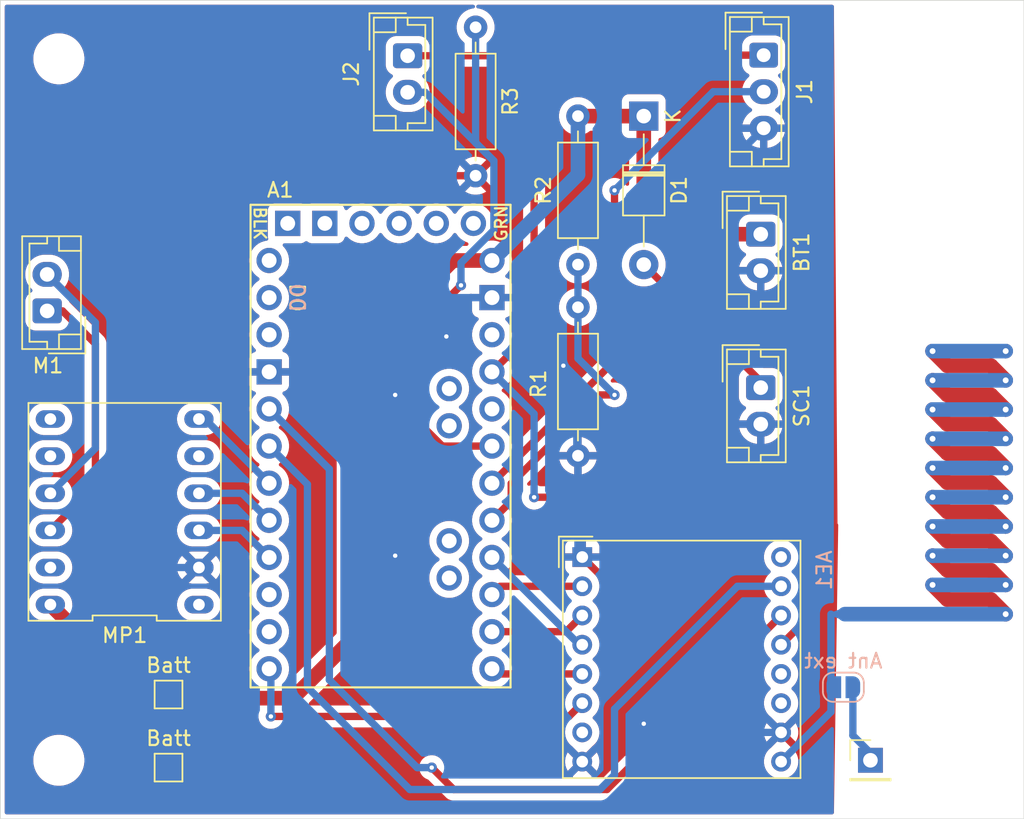
<source format=kicad_pcb>
(kicad_pcb
	(version 20241229)
	(generator "pcbnew")
	(generator_version "9.0")
	(general
		(thickness 1.579)
		(legacy_teardrops no)
	)
	(paper "A4")
	(layers
		(0 "F.Cu" signal)
		(2 "B.Cu" signal)
		(9 "F.Adhes" user "F.Adhesive")
		(11 "B.Adhes" user "B.Adhesive")
		(13 "F.Paste" user)
		(15 "B.Paste" user)
		(5 "F.SilkS" user "F.Silkscreen")
		(7 "B.SilkS" user "B.Silkscreen")
		(1 "F.Mask" user)
		(3 "B.Mask" user)
		(17 "Dwgs.User" user "User.Drawings")
		(19 "Cmts.User" user "User.Comments")
		(21 "Eco1.User" user "User.Eco1")
		(23 "Eco2.User" user "User.Eco2")
		(25 "Edge.Cuts" user)
		(27 "Margin" user)
		(31 "F.CrtYd" user "F.Courtyard")
		(29 "B.CrtYd" user "B.Courtyard")
		(35 "F.Fab" user)
		(33 "B.Fab" user)
		(39 "User.1" user)
		(41 "User.2" user)
		(43 "User.3" user)
		(45 "User.4" user)
		(47 "User.5" user)
		(49 "User.6" user)
		(51 "User.7" user)
		(53 "User.8" user)
		(55 "User.9" user)
	)
	(setup
		(stackup
			(layer "F.SilkS"
				(type "Top Silk Screen")
				(color "White")
				(material "Peters SD2692")
			)
			(layer "F.Paste"
				(type "Top Solder Paste")
			)
			(layer "F.Mask"
				(type "Top Solder Mask")
				(color "Green")
				(thickness 0.025)
				(material "Elpemer AS 2467 SM-DG")
				(epsilon_r 3.7)
				(loss_tangent 0)
			)
			(layer "F.Cu"
				(type "copper")
				(thickness 0.035)
			)
			(layer "dielectric 1"
				(type "core")
				(color "FR4 natural")
				(thickness 1.459)
				(material "FR4")
				(epsilon_r 4.5)
				(loss_tangent 0.02)
			)
			(layer "B.Cu"
				(type "copper")
				(thickness 0.035)
			)
			(layer "B.Mask"
				(type "Bottom Solder Mask")
				(color "Green")
				(thickness 0.025)
				(material "Elpemer AS 2467 SM-DG")
				(epsilon_r 3.7)
				(loss_tangent 0)
			)
			(layer "B.Paste"
				(type "Bottom Solder Paste")
			)
			(layer "B.SilkS"
				(type "Bottom Silk Screen")
				(color "White")
				(material "Peters SD2692")
			)
			(copper_finish "HAL lead-free")
			(dielectric_constraints no)
		)
		(pad_to_mask_clearance 0)
		(allow_soldermask_bridges_in_footprints no)
		(tenting front back)
		(pcbplotparams
			(layerselection 0x00000000_00000000_55555555_5755f5ff)
			(plot_on_all_layers_selection 0x00000000_00000000_00000000_00000000)
			(disableapertmacros no)
			(usegerberextensions no)
			(usegerberattributes yes)
			(usegerberadvancedattributes yes)
			(creategerberjobfile yes)
			(dashed_line_dash_ratio 12.000000)
			(dashed_line_gap_ratio 3.000000)
			(svgprecision 4)
			(plotframeref no)
			(mode 1)
			(useauxorigin no)
			(hpglpennumber 1)
			(hpglpenspeed 20)
			(hpglpendiameter 15.000000)
			(pdf_front_fp_property_popups yes)
			(pdf_back_fp_property_popups yes)
			(pdf_metadata yes)
			(pdf_single_document no)
			(dxfpolygonmode yes)
			(dxfimperialunits yes)
			(dxfusepcbnewfont yes)
			(psnegative no)
			(psa4output no)
			(plot_black_and_white yes)
			(sketchpadsonfab no)
			(plotpadnumbers no)
			(hidednponfab no)
			(sketchdnponfab yes)
			(crossoutdnponfab yes)
			(subtractmaskfromsilk no)
			(outputformat 1)
			(mirror no)
			(drillshape 1)
			(scaleselection 1)
			(outputdirectory "")
		)
	)
	(net 0 "")
	(net 1 "Net-(D1-A)")
	(net 2 "GND")
	(net 3 "Net-(A1-PadA0)")
	(net 4 "unconnected-(A1-PadD7)")
	(net 5 "Net-(A1-D13_SCK)")
	(net 6 "Net-(A1-D3_INT1)")
	(net 7 "unconnected-(U1-DIO3-Pad11)")
	(net 8 "Net-(A1-D10_CS)")
	(net 9 "Net-(A1-D2_INT0)")
	(net 10 "Net-(A1-D11_MOSI)")
	(net 11 "unconnected-(U1-DIO2-Pad16)")
	(net 12 "Net-(U1-RESET)")
	(net 13 "unconnected-(U1-DIO5-Pad7)")
	(net 14 "Net-(A1-D12_MISO)")
	(net 15 "unconnected-(U1-DIO4-Pad12)")
	(net 16 "unconnected-(A1-PadTXO)")
	(net 17 "Net-(MP1-IN2)")
	(net 18 "unconnected-(A1-PadA7)")
	(net 19 "Net-(J1-Pin_2)")
	(net 20 "unconnected-(A1-A5{slash}SCL-PadA5)")
	(net 21 "Net-(J1-Pin_1)")
	(net 22 "unconnected-(A1-Vcc-PadVcc2)")
	(net 23 "unconnected-(A1-PadA6)")
	(net 24 "unconnected-(A1-PadA3)")
	(net 25 "unconnected-(A1-~{DTR}-PadDTR)")
	(net 26 "unconnected-(A1-GND-PadGND5)")
	(net 27 "+BATT")
	(net 28 "Net-(MP1-nSLEEP_HB)")
	(net 29 "unconnected-(A1-GND-PadGND4)")
	(net 30 "Net-(MP1-IN1)")
	(net 31 "unconnected-(A1-A4{slash}SDA-PadA4)")
	(net 32 "unconnected-(A1-RESET-PadRST2)")
	(net 33 "unconnected-(A1-PadD8)")
	(net 34 "unconnected-(A1-PadRXI)")
	(net 35 "unconnected-(A1-D0{slash}RX-PadD0)")
	(net 36 "Net-(J2-Pin_2)")
	(net 37 "unconnected-(A1-RESET-PadRST1)")
	(net 38 "unconnected-(A1-D1{slash}TX-PadD1)")
	(net 39 "Net-(AE1-A)")
	(net 40 "Net-(M1-+)")
	(net 41 "Net-(M1--)")
	(net 42 "unconnected-(MP1-GND-Pad11)")
	(net 43 "unconnected-(MP1-VM-Pad1)")
	(net 44 "unconnected-(MP1-VISEN-Pad5)")
	(net 45 "unconnected-(MP1-ISET-Pad8)")
	(net 46 "unconnected-(MP1-V3P3-Pad7)")
	(net 47 "AE1-B")
	(footprint "MountingHole:MountingHole_3mm" (layer "F.Cu") (at 137 50))
	(footprint "Connector_PinHeader_2.54mm:PinHeader_1x01_P2.54mm_Vertical" (layer "F.Cu") (at 130.5 98))
	(footprint "Connector_JST:JST_EH_B2B-EH-A_1x02_P2.50mm_Vertical" (layer "F.Cu") (at 74.2 67.25 90))
	(footprint "Resistor_THT:R_Axial_DIN0207_L6.3mm_D2.5mm_P10.16mm_Horizontal" (layer "F.Cu") (at 110.5 67 -90))
	(footprint "PCM_arduino-library:Arduino_Pro_Mini_Socket" (layer "F.Cu") (at 97 76.5))
	(footprint "MountingHole:MountingHole_3mm" (layer "F.Cu") (at 75 50))
	(footprint "TestPoint:TestPoint_Pad_1.5x1.5mm" (layer "F.Cu") (at 82.5 98.5))
	(footprint "Connector_JST:JST_EH_B3B-EH-A_1x03_P2.50mm_Vertical" (layer "F.Cu") (at 123.2 49.75 -90))
	(footprint "TestPoint:TestPoint_Pad_1.5x1.5mm" (layer "F.Cu") (at 82.5 93.5))
	(footprint "Resistor_THT:R_Axial_DIN0207_L6.3mm_D2.5mm_P10.16mm_Horizontal" (layer "F.Cu") (at 110.5 64.08 90))
	(footprint "Connector_JST:JST_EH_B2B-EH-A_1x02_P2.50mm_Vertical" (layer "F.Cu") (at 98.85 49.79 -90))
	(footprint "Connector_JST:JST_EH_B2B-EH-A_1x02_P2.50mm_Vertical" (layer "F.Cu") (at 123 72.5 -90))
	(footprint "RF_Module:HOPERF_RFM9XW_THT" (layer "F.Cu") (at 110.7925 84.0925))
	(footprint "MountingHole:MountingHole_3mm" (layer "F.Cu") (at 137 98))
	(footprint "watering:MP6550" (layer "F.Cu") (at 79.5 81 90))
	(footprint "Diode_THT:D_T-1_P10.16mm_Horizontal" (layer "F.Cu") (at 115 53.92 -90))
	(footprint "Resistor_THT:R_Axial_DIN0207_L6.3mm_D2.5mm_P10.16mm_Horizontal" (layer "F.Cu") (at 103.5 47.84 -90))
	(footprint "MountingHole:MountingHole_3mm" (layer "F.Cu") (at 75 98))
	(footprint "Connector_JST:JST_EH_B2B-EH-A_1x02_P2.50mm_Vertical" (layer "F.Cu") (at 123 62 -90))
	(footprint "RF_Antenna:Texas_SWRA416_868MHz_915MHz" (layer "B.Cu") (at 133.95 79 90))
	(footprint "Jumper:SolderJumper-2_P1.3mm_Open_RoundedPad1.0x1.5mm" (layer "B.Cu") (at 128.65 93 180))
	(gr_rect
		(start 71 46)
		(end 141 102)
		(stroke
			(width 0.05)
			(type default)
		)
		(fill no)
		(layer "Edge.Cuts")
		(uuid "d590ec90-13aa-4b9c-8534-da103893a30c")
	)
	(segment
		(start 123 72.08)
		(end 123 72.5)
		(width 0.5)
		(layer "F.Cu")
		(net 1)
		(uuid "14e48ee1-eb58-4623-9eb7-56aa8b3da45a")
	)
	(segment
		(start 115 64.08)
		(end 123 72.08)
		(width 0.5)
		(layer "F.Cu")
		(net 1)
		(uuid "24f4aad6-79fe-46ba-9d29-514445fa9f78")
	)
	(segment
		(start 82.5 58)
		(end 81.5 59)
		(width 0.5)
		(layer "F.Cu")
		(net 2)
		(uuid "0f20fac1-7672-44fa-ab36-706843011a9e")
	)
	(segment
		(start 113.247525 95.637475)
		(end 110.7925 98.0925)
		(width 0.5)
		(layer "F.Cu")
		(net 2)
		(uuid "3cc010ac-7a37-4980-9423-fcfba1ec71cf")
	)
	(segment
		(start 113.247525 95.5)
		(end 113.247525 95.637475)
		(width 0.5)
		(layer "F.Cu")
		(net 2)
		(uuid "5147024b-41f1-4ba1-9784-3cd88e1be63e")
	)
	(segment
		(start 110.7925 84.0925)
		(end 113.247525 86.547525)
		(width 0.5)
		(layer "F.Cu")
		(net 2)
		(uuid "5435d153-1cb6-4e0e-a879-5a119aef5ca3")
	)
	(segment
		(start 113.247525 95.5)
		(end 115 95.5)
		(width 0.5)
		(layer "F.Cu")
		(net 2)
		(uuid "6ca63f47-015e-4fa2-87ef-8d5b76d94a41")
	)
	(segment
		(start 81.5 59)
		(end 81.5 73.5)
		(width 0.5)
		(layer "F.Cu")
		(net 2)
		(uuid "8ecb5f71-ce61-487e-b3b8-48ef70a329df")
	)
	(segment
		(start 103.5 58)
		(end 82.5 58)
		(width 0.5)
		(layer "F.Cu")
		(net 2)
		(uuid "e0a59974-f839-4502-808f-1fd3c8fd92c1")
	)
	(segment
		(start 113.247525 86.547525)
		(end 113.247525 95.5)
		(width 0.5)
		(layer "F.Cu")
		(net 2)
		(uuid "f1fede6e-dfe7-4b73-8303-e2d935cdc641")
	)
	(via
		(at 109.5 71)
		(size 0.7)
		(drill 0.3)
		(layers "F.Cu" "B.Cu")
		(free yes)
		(net 2)
		(uuid "16075fbc-0239-4c4b-b313-b4a88e4aa2bb")
	)
	(via
		(at 98 73)
		(size 0.7)
		(drill 0.3)
		(layers "F.Cu" "B.Cu")
		(free yes)
		(net 2)
		(uuid "4300abba-f4ba-416f-af92-e4f7b6859a84")
	)
	(via
		(at 98 84)
		(size 0.7)
		(drill 0.3)
		(layers "F.Cu" "B.Cu")
		(free yes)
		(net 2)
		(uuid "489be506-1936-4cce-a0a9-88e27f976c64")
	)
	(via
		(at 101.5 69)
		(size 0.7)
		(drill 0.3)
		(layers "F.Cu" "B.Cu")
		(free yes)
		(net 2)
		(uuid "8ce8faac-aab1-4b84-9a00-8cd9687eb35c")
	)
	(via
		(at 115 95.5)
		(size 0.7)
		(drill 0.3)
		(layers "F.Cu" "B.Cu")
		(net 2)
		(uuid "b6796517-6dab-4111-9b1f-84a1b628a824")
	)
	(segment
		(start 108.14 71.22)
		(end 111.92 75)
		(width 0.5)
		(layer "B.Cu")
		(net 2)
		(uuid "01a6493b-2e75-4be5-a8b5-06b12e2a88c8")
	)
	(segment
		(start 118.5 59.45)
		(end 123.2 54.75)
		(width 0.5)
		(layer "B.Cu")
		(net 2)
		(uuid "052ac043-c9cd-44cf-a8fe-7980bfcf109e")
	)
	(segment
		(start 83.58 71.42)
		(end 81.5 73.5)
		(width 0.5)
		(layer "B.Cu")
		(net 2)
		(uuid "136f6068-cf89-4501-9ff3-e9e3f7822ed0")
	)
	(segment
		(start 110.5 77.16)
		(end 110.5 83.8)
		(width 0.5)
		(layer "B.Cu")
		(net 2)
		(uuid "2d800832-3c12-4e24-9bec-8fa5bcfa30ad")
	)
	(segment
		(start 110.5 83.8)
		(end 110.7925 84.0925)
		(width 0.5)
		(layer "B.Cu")
		(net 2)
		(uuid "3b720988-b154-46e5-b7a3-7cbe86c2d18a")
	)
	(segment
		(start 112 75)
		(end 118.5 75)
		(width 0.5)
		(layer "B.Cu")
		(net 2)
		(uuid "3d9601c4-397b-478f-8cd8-be3603d1c3c8")
	)
	(segment
		(start 110.42 77.08)
		(end 110.5 77.16)
		(width 0.5)
		(layer "B.Cu")
		(net 2)
		(uuid "46ccfaf5-41ff-4ae5-8848-c684a3ba16c7")
	)
	(segment
		(start 115 95.5)
		(end 115.5925 96.0925)
		(width 0.5)
		(layer "B.Cu")
		(net 2)
		(uuid "63c6e1cc-070d-4c68-a9b4-8adef13fb9a5")
	)
	(segment
		(start 118.5 66.5)
		(end 118.5 59.45)
		(width 0.5)
		(layer "B.Cu")
		(net 2)
		(uuid "651c9e5c-a190-46e5-974b-02e3a280256b")
	)
	(segment
		(start 120.5 64.5)
		(end 123 64.5)
		(width 0.5)
		(layer "B.Cu")
		(net 2)
		(uuid "6e3a7e79-0be4-4da9-8eeb-42c5c77466a2")
	)
	(segment
		(start 89.38 71.42)
		(end 83.58 71.42)
		(width 0.5)
		(layer "B.Cu")
		(net 2)
		(uuid "6ef4257d-8467-40b7-b50f-b0ae7af57c28")
	)
	(segment
		(start 95.08 71.42)
		(end 100.16 66.34)
		(width 0.5)
		(layer "B.Cu")
		(net 2)
		(uuid "7140ec08-6acb-4d39-aba0-4dc49fb321f3")
	)
	(segment
		(start 110.42 73.5)
		(end 110.42 77.08)
		(width 0.5)
		(layer "B.Cu")
		(net 2)
		(uuid "76304c22-e4bd-4c07-9ab6-dfd7e1deafb1")
	)
	(segment
		(start 81.5 83.5)
		(end 81.5 73.5)
		(width 0.5)
		(layer "B.Cu")
		(net 2)
		(uuid "76c69365-2797-4a8e-902e-0dfc360911e6")
	)
	(segment
		(start 84.58 84.81)
		(end 82.81 84.81)
		(width 0.5)
		(layer "B.Cu")
		(net 2)
		(uuid "7764b64f-cde7-44ae-b02a-e676e26a2d63")
	)
	(segment
		(start 111.92 75)
		(end 112 75)
		(width 0.5)
		(layer "B.Cu")
		(net 2)
		(uuid "79f6c648-8f20-4083-aab0-d681641c8289")
	)
	(segment
		(start 115.5925 96.0925)
		(end 124.3925 96.0925)
		(width 0.5)
		(layer "B.Cu")
		(net 2)
		(uuid "8dd0e17a-0729-4b03-bd01-43f82cf61b17")
	)
	(segment
		(start 108.14 67.64)
		(end 108.14 71.22)
		(width 0.5)
		(layer "B.Cu")
		(net 2)
		(uuid "9080a889-bc12-486c-b1d9-35b27a6a4da2")
	)
	(segment
		(start 104.62 66.34)
		(end 106.84 66.34)
		(width 0.5)
		(layer "B.Cu")
		(net 2)
		(uuid "9a57c734-3027-48ef-9c80-5141d5025109")
	)
	(segment
		(start 100.16 66.34)
		(end 104.62 66.34)
		(width 0.5)
		(layer "B.Cu")
		(net 2)
		(uuid "ad008860-6421-43a8-984d-6e61d35f0e1d")
	)
	(segment
		(start 108.14 71.22)
		(end 110.42 73.5)
		(width 0.5)
		(layer "B.Cu")
		(net 2)
		(uuid "b4e685c4-eda7-4ac3-be4d-630748f2a213")
	)
	(segment
		(start 110.42 73.5)
		(end 110.5 73.5)
		(width 0.5)
		(layer "B.Cu")
		(net 2)
		(uuid "c89538c4-8035-46de-b923-4cb011e3d746")
	)
	(segment
		(start 118.5 75)
		(end 123 75)
		(width 0.5)
		(layer "B.Cu")
		(net 2)
		(uuid "ca59d784-dc53-4d90-bf4b-861e775092dd")
	)
	(segment
		(start 118.5 66.5)
		(end 120.5 64.5)
		(width 0.5)
		(layer "B.Cu")
		(net 2)
		(uuid "d19e35f5-31ce-4ad5-a1e1-7dea601d4349")
	)
	(segment
		(start 89.38 71.42)
		(end 95.08 71.42)
		(width 0.5)
		(layer "B.Cu")
		(net 2)
		(uuid "db88e6d7-d93b-4435-bddc-0a14738c3f24")
	)
	(segment
		(start 106.84 66.34)
		(end 108.14 67.64)
		(width 0.5)
		(layer "B.Cu")
		(net 2)
		(uuid "dd7117ab-b423-4e74-b06c-a77d39b7cdce")
	)
	(segment
		(start 118.5 75)
		(end 118.5 66.5)
		(width 0.5)
		(layer "B.Cu")
		(net 2)
		(uuid "f1803eea-190d-4571-9493-98bb806bfbda")
	)
	(segment
		(start 110.5 73.5)
		(end 112 75)
		(width 0.5)
		(layer "B.Cu")
		(net 2)
		(uuid "f91a1447-61ef-4f72-bb9c-9a5ef0295953")
	)
	(segment
		(start 82.81 84.81)
		(end 81.5 83.5)
		(width 0.5)
		(layer "B.Cu")
		(net 2)
		(uuid "fce1d8c7-c5fd-4146-96fe-995d34dd011a")
	)
	(segment
		(start 112 73)
		(end 113 73)
		(width 0.5)
		(layer "F.Cu")
		(net 3)
		(uuid "0944d5d8-a3cd-46d7-b1ee-f5237f06f76b")
	)
	(segment
		(start 104.62 81.58)
		(end 105.9336 80.2664)
		(width 0.5)
		(layer "F.Cu")
		(net 3)
		(uuid "16681ce6-770e-41c6-8863-0f7e2e476d93")
	)
	(segment
		(start 105.9336 79.0664)
		(end 112 73)
		(width 0.5)
		(layer "F.Cu")
		(net 3)
		(uuid "5f6fefe5-7c48-4e40-883e-3f3ea84c6fac")
	)
	(segment
		(start 105.9336 80.2664)
		(end 105.9336 79.0664)
		(width 0.5)
		(layer "F.Cu")
		(net 3)
		(uuid "ba522ee3-f0a6-4ff4-ba29-e405722203f1")
	)
	(via
		(at 113 73)
		(size 0.7)
		(drill 0.3)
		(layers "F.Cu" "B.Cu")
		(net 3)
		(uuid "21f40ed7-f85a-4b77-8e25-9b188ba0124d")
	)
	(segment
		(start 110.5 70.5)
		(end 110.5 67)
		(width 0.5)
		(layer "B.Cu")
		(net 3)
		(uuid "1aebdc1a-0d1c-4e19-979f-c962e5ca9467")
	)
	(segment
		(start 113 73)
		(end 110.5 70.5)
		(width 0.5)
		(layer "B.Cu")
		(net 3)
		(uuid "ac1a11d2-f936-43c1-883d-a964544276e4")
	)
	(segment
		(start 110.5 67)
		(end 110.5 64.08)
		(width 0.5)
		(layer "B.Cu")
		(net 3)
		(uuid "de1b4dfa-1b68-4206-a163-d17e912260ca")
	)
	(segment
		(start 104.62 84.12)
		(end 110.5925 90.0925)
		(width 0.5)
		(layer "B.Cu")
		(net 5)
		(uuid "3471a08a-a8f3-4ba3-b1d5-5269d69b416e")
	)
	(segment
		(start 110.5925 90.0925)
		(end 110.7925 90.0925)
		(width 0.5)
		(layer "B.Cu")
		(net 5)
		(uuid "4a8d2fdf-0fab-43ce-9738-2093b14a1264")
	)
	(segment
		(start 92 79.12)
		(end 92 93)
		(width 0.5)
		(layer "B.Cu")
		(net 6)
		(uuid "0b9d83a1-12db-4404-a1ae-f31750befc1a")
	)
	(segment
		(start 112 100)
		(end 113 99)
		(width 0.5)
		(layer "B.Cu")
		(net 6)
		(uuid "1d291145-a9ab-44b8-a934-b29fb56aa8ea")
	)
	(segment
		(start 113 99)
		(end 113 94.5)
		(width 0.5)
		(layer "B.Cu")
		(net 6)
		(uuid "30716786-7f4d-45d5-b8d1-c298e8d10a64")
	)
	(segment
		(start 92 93)
		(end 99 100)
		(width 0.5)
		(layer "B.Cu")
		(net 6)
		(uuid "78f3049d-3607-44c9-bc00-a90302a40031")
	)
	(segment
		(start 113 94.5)
		(end 121.4075 86.0925)
		(width 0.5)
		(layer "B.Cu")
		(net 6)
		(uuid "c9a1726d-bbc2-41cf-9e96-c405dc85c213")
	)
	(segment
		(start 121.4075 86.0925)
		(end 124.3925 86.0925)
		(width 0.5)
		(layer "B.Cu")
		(net 6)
		(uuid "ea8719fb-9dde-49fe-be26-a44aaa908578")
	)
	(segment
		(start 89.38 76.5)
		(end 92 79.12)
		(width 0.5)
		(layer "B.Cu")
		(net 6)
		(uuid "f4f98c21-edd9-43d8-b516-76722114eea5")
	)
	(segment
		(start 99 100)
		(end 112 100)
		(width 0.5)
		(layer "B.Cu")
		(net 6)
		(uuid "f89390de-7ec3-45b7-945d-fc85d7a14c95")
	)
	(segment
		(start 110.7925 92.0925)
		(end 104.9725 92.0925)
		(width 0.5)
		(layer "F.Cu")
		(net 8)
		(uuid "07cb6e0b-ef75-4848-a28a-9bf78b7c3c3d")
	)
	(segment
		(start 104.9725 92.0925)
		(end 104.62 91.74)
		(width 0.5)
		(layer "F.Cu")
		(net 8)
		(uuid "ab71b29f-c2db-43e0-a922-7a5fa68fbd3e")
	)
	(segment
		(start 100.5 98.5)
		(end 102 100)
		(width 0.5)
		(layer "F.Cu")
		(net 9)
		(uuid "03726878-e5b1-4610-a872-f341673a70e2")
	)
	(segment
		(start 102 100)
		(end 112.485 100)
		(width 0.5)
		(layer "F.Cu")
		(net 9)
		(uuid "09d26ec8-f4f9-4ddd-bf26-c8fd283a1ce3")
	)
	(segment
		(start 112.485 100)
		(end 124.3925 88.0925)
		(width 0.5)
		(layer "F.Cu")
		(net 9)
		(uuid "22a19ade-1561-40fd-b4ff-3c62148649bd")
	)
	(via
		(at 100.5 98.5)
		(size 0.7)
		(drill 0.3)
		(layers "F.Cu" "B.Cu")
		(net 9)
		(uuid "e77f6368-4c50-435c-b92d-db2c0d8fbf78")
	)
	(segment
		(start 99.5 98.5)
		(end 100.5 98.5)
		(width 0.5)
		(layer "B.Cu")
		(net 9)
		(uuid "198686de-ba57-4b8f-bd80-e7bd98687b74")
	)
	(segment
		(start 93.5 92.5)
		(end 99.5 98.5)
		(width 0.5)
		(layer "B.Cu")
		(net 9)
		(uuid "96bfa899-a679-426f-b60b-2163d5209b44")
	)
	(segment
		(start 89.38 73.96)
		(end 93.5 78.08)
		(width 0.5)
		(layer "B.Cu")
		(net 9)
		(uuid "d649a2d1-18d5-4a64-9ed4-253557180c42")
	)
	(segment
		(start 93.5 78.08)
		(end 93.5 92.5)
		(width 0.5)
		(layer "B.Cu")
		(net 9)
		(uuid "e3b5c985-d3c8-4de8-af93-d040cab3e59e")
	)
	(segment
		(start 109.685 89.2)
		(end 110.7925 88.0925)
		(width 0.5)
		(layer "F.Cu")
		(net 10)
		(uuid "7baea109-2641-4403-851d-429594a3f9e1")
	)
	(segment
		(start 104.62 89.2)
		(end 109.685 89.2)
		(width 0.5)
		(layer "F.Cu")
		(net 10)
		(uuid "98e7f1e6-a8c8-4981-8acf-4e7054db1c04")
	)
	(segment
		(start 89.5 95)
		(end 109.885 95)
		(width 0.5)
		(layer "F.Cu")
		(net 12)
		(uuid "bd24390f-7579-4568-9620-68ca57c53004")
	)
	(segment
		(start 109.885 95)
		(end 110.7925 94.0925)
		(width 0.5)
		(layer "F.Cu")
		(net 12)
		(uuid "ec7eb80e-f9fd-43a8-9b19-88a49a4a924e")
	)
	(via
		(at 89.5 95)
		(size 0.7)
		(drill 0.3)
		(layers "F.Cu" "B.Cu")
		(net 12)
		(uuid "c2bd05e5-ba73-46bb-a1df-47257064bfc4")
	)
	(segment
		(start 89.5 91.86)
		(end 89.38 91.74)
		(width 0.5)
		(layer "B.Cu")
		(net 12)
		(uuid "577396a6-25f6-4f92-ac0f-289542314bbe")
	)
	(segment
		(start 89.5 95)
		(end 89.5 91.86)
		(width 0.5)
		(layer "B.Cu")
		(net 12)
		(uuid "98bc5129-2747-476b-ac90-79811b7888e2")
	)
	(segment
		(start 105.1875 86.0925)
		(end 104.62 86.66)
		(width 0.5)
		(layer "F.Cu")
		(net 14)
		(uuid "07491fba-6c16-47bf-b947-e0702a8161ca")
	)
	(segment
		(start 110.7925 86.0925)
		(end 105.1875 86.0925)
		(width 0.5)
		(layer "F.Cu")
		(net 14)
		(uuid "3229078c-e77e-4eb8-a12a-452b6d24850e")
	)
	(segment
		(start 87.53 82.27)
		(end 89.38 84.12)
		(width 0.5)
		(layer "B.Cu")
		(net 17)
		(uuid "50c1f31e-ec70-4b46-a524-55aa2258f396")
	)
	(segment
		(start 84.58 82.27)
		(end 87.53 82.27)
		(width 0.5)
		(layer "B.Cu")
		(net 17)
		(uuid "f5db03b6-979f-4067-86bb-30cb8666e880")
	)
	(segment
		(start 113 70.66)
		(end 113 59)
		(width 0.5)
		(layer "F.Cu")
		(net 19)
		(uuid "19fd97e5-20e0-4c3f-952a-8bf3a06c7282")
	)
	(segment
		(start 104.62 79.04)
		(end 113 70.66)
		(width 0.5)
		(layer "F.Cu")
		(net 19)
		(uuid "5bc6df40-a8bd-42b8-82a6-a79f95252038")
	)
	(via
		(at 113 59)
		(size 0.7)
		(drill 0.3)
		(layers "F.Cu" "B.Cu")
		(net 19)
		(uuid "b66c0bd7-885c-489f-9e22-d1ac4fdf58c0")
	)
	(segment
		(start 113 59)
		(end 119.75 52.25)
		(width 0.5)
		(layer "B.Cu")
		(net 19)
		(uuid "83205371-6acf-467c-aca1-f4a41361322e")
	)
	(segment
		(start 119.75 52.25)
		(end 123.2 52.25)
		(width 0.5)
		(layer "B.Cu")
		(net 19)
		(uuid "d634d9bc-4946-4806-926c-c21552cb79a0")
	)
	(segment
		(start 104.79 49.79)
		(end 107.5 52.5)
		(width 0.5)
		(layer "F.Cu")
		(net 21)
		(uuid "08a05721-3170-4868-91bf-9b0832670580")
	)
	(segment
		(start 110.25 49.75)
		(end 123.2 49.75)
		(width 0.5)
		(layer "F.Cu")
		(net 21)
		(uuid "0fc51f2e-cbc1-4b99-a0ca-d9d6739f985b")
	)
	(segment
		(start 123.5 80)
		(end 107.5 80)
		(width 0.5)
		(layer "F.Cu")
		(net 21)
		(uuid "22debf47-8d46-481c-928a-bd2216051f3b")
	)
	(segment
		(start 124.3925 90.0925)
		(end 126 88.485)
		(width 0.5)
		(layer "F.Cu")
		(net 21)
		(uuid "7e43788d-2c33-445f-9682-e03a23839291")
	)
	(segment
		(start 98.85 49.79)
		(end 104.79 49.79)
		(width 0.5)
		(layer "F.Cu")
		(net 21)
		(uuid "90294dec-7c21-4211-95b7-d992e6703f75")
	)
	(segment
		(start 104.62 71.42)
		(end 107.5 68.54)
		(width 0.5)
		(layer "F.Cu")
		(net 21)
		(uuid "ab88f627-56a0-4e07-bb52-a1bb1b83921a")
	)
	(segment
		(start 107.5 68.54)
		(end 107.5 52.5)
		(width 0.5)
		(layer "F.Cu")
		(net 21)
		(uuid "aefa3ce5-3510-4b0e-8855-7e1a824f8c86")
	)
	(segment
		(start 107.5 52.5)
		(end 110.25 49.75)
		(width 0.5)
		(layer "F.Cu")
		(net 21)
		(uuid "bcaef91a-1a3d-4601-bdaf-42b587192c74")
	)
	(segment
		(start 126 88.485)
		(end 126 82.5)
		(width 0.5)
		(layer "F.Cu")
		(net 21)
		(uuid "c756e324-203b-4425-a9e3-a7a814b23732")
	)
	(segment
		(start 126 82.5)
		(end 123.5 80)
		(width 0.5)
		(layer "F.Cu")
		(net 21)
		(uuid "c89018f7-d25c-4032-acaa-0a0fe7c1602f")
	)
	(via
		(at 107.5 80)
		(size 0.7)
		(drill 0.3)
		(layers "F.Cu" "B.Cu")
		(net 21)
		(uuid "c4bcfa91-0059-45b3-9a58-463921d87869")
	)
	(segment
		(start 104.62 71.42)
		(end 107.5 74.3)
		(width 0.5)
		(layer "B.Cu")
		(net 21)
		(uuid "04e9e44b-dd4e-49b0-b7d0-9e2187c9d061")
	)
	(segment
		(start 107.5 74.3)
		(end 107.5 80)
		(width 0.5)
		(layer "B.Cu")
		(net 21)
		(uuid "1adc6af4-98e0-42d1-86ec-115fbbdca25a")
	)
	(segment
		(start 104.62 63.8)
		(end 101.95 63.8)
		(width 1)
		(layer "F.Cu")
		(net 27)
		(uuid "00f53cef-e82f-47d7-a429-75c7a6bd7ae0")
	)
	(segment
		(start 95 89.75)
		(end 91 93.75)
		(width 1)
		(layer "F.Cu")
		(net 27)
		(uuid "2441cf76-2aa1-4373-a0bb-2e2b98a087c8")
	)
	(segment
		(start 115 60.5)
		(end 115 53.92)
		(width 1)
		(layer "F.Cu")
		(net 27)
		(uuid "45a25931-8d30-48a7-b19a-a2f1eb5da11f")
	)
	(segment
		(start 91 93.75)
		(end 80.82 93.75)
		(width 1)
		(layer "F.Cu")
		(net 27)
		(uuid "52f03036-ae55-4098-90f8-87ba3529f2aa")
	)
	(segment
		(start 95 70.75)
		(end 95 89.75)
		(width 1)
		(layer "F.Cu")
		(net 27)
		(uuid "8f9c5de9-3163-450a-adcb-90e8824f451f")
	)
	(segment
		(start 123 62)
		(end 116.5 62)
		(width 1)
		(layer "F.Cu")
		(net 27)
		(uuid "abde6fbc-139c-4f46-840b-5138c3955327")
	)
	(segment
		(start 101.95 63.8)
		(end 95 70.75)
		(width 1)
		(layer "F.Cu")
		(net 27)
		(uuid "c3c1a691-86cb-4e94-9bce-0f20cb62ec69")
	)
	(segment
		(start 115 53.92)
		(end 110.5 53.92)
		(width 1)
		(layer "F.Cu")
		(net 27)
		(uuid "c4bb4641-47e0-471e-b881-2cf13ab5fd60")
	)
	(segment
		(start 116.5 62)
		(end 115 60.5)
		(width 1)
		(layer "F.Cu")
		(net 27)
		(uuid "c789cd73-a850-48c7-bf0d-ad81156b826c")
	)
	(segment
		(start 80.82 93.75)
		(end 74.42 87.35)
		(width 1)
		(layer "F.Cu")
		(net 27)
		(uuid "cc7f2f5c-0740-4283-a1f7-a1ba2835a7a7")
	)
	(segment
		(start 110.5 57.92)
		(end 110.5 53.92)
		(width 1)
		(layer "B.Cu")
		(net 27)
		(uuid "05bac9c9-c269-4312-b593-2f261431db90")
	)
	(segment
		(start 104.62 63.8)
		(end 110.5 57.92)
		(width 1)
		(layer "B.Cu")
		(net 27)
		(uuid "90616f55-83ec-4902-9533-1b95a8aaa390")
	)
	(segment
		(start 84.99 74.65)
		(end 89.38 79.04)
		(width 0.5)
		(layer "B.Cu")
		(net 28)
		(uuid "61ae116e-14f4-4620-a30b-09857123a10c")
	)
	(segment
		(start 84.58 74.65)
		(end 84.99 74.65)
		(width 0.5)
		(layer "B.Cu")
		(net 28)
		(uuid "d2754008-41b5-413d-8c4a-83a7862c2561")
	)
	(segment
		(start 87.53 79.73)
		(end 89.38 81.58)
		(width 0.5)
		(layer "B.Cu")
		(net 30)
		(uuid "1fccbedb-fcb2-4b1d-ad6f-84f22efaf8ce")
	)
	(segment
		(start 84.58 79.73)
		(end 87.53 79.73)
		(width 0.5)
		(layer "B.Cu")
		(net 30)
		(uuid "b14e9416-f8ad-44da-88e3-e3f6d22dc9be")
	)
	(segment
		(start 99.949 68.051)
		(end 102.5 65.5)
		(width 0.5)
		(layer "F.Cu")
		(net 36)
		(uuid "5c6cf12a-86d4-4978-a40c-09ae34191a5f")
	)
	(segment
		(start 99.949 75.224626)
		(end 99.949 68.051)
		(width 0.5)
		(layer "F.Cu")
		(net 36)
		(uuid "75c9b96c-a70c-4d98-aca3-53e0ea7f3ba2")
	)
	(segment
		(start 104.62 76.5)
		(end 101.224374 76.5)
		(width 0.5)
		(layer "F.Cu")
		(net 36)
		(uuid "86cf4c4f-dfeb-4305-b48d-062e5a1907d7")
	)
	(segment
		(start 101.224374 76.5)
		(end 99.949 75.224626)
		(width 0.5)
		(layer "F.Cu")
		(net 36)
		(uuid "fa7d67ad-c5a8-41b0-9aaa-2de9ea0b7089")
	)
	(via
		(at 102.5 65.5)
		(size 0.7)
		(drill 0.3)
		(layers "F.Cu" "B.Cu")
		(net 36)
		(uuid "abd860b3-4baf-46d9-a5c1-d956973fe1a6")
	)
	(segment
		(start 102.5 65.5)
		(end 102.5 63.969126)
		(width 0.5)
		(layer "B.Cu")
		(net 36)
		(uuid "12808b42-011b-4229-88b8-b9aaba0717f1")
	)
	(segment
		(start 102.5 63.969126)
		(end 104.751 61.718126)
		(width 0.5)
		(layer "B.Cu")
		(net 36)
		(uuid "4f8955ce-cd5b-47d4-aeb8-3cd171bffb6a")
	)
	(segment
		(start 103.5 55.74)
		(end 103.5 47.84)
		(width 0.5)
		(layer "B.Cu")
		(net 36)
		(uuid "5b230dca-a328-4144-9c1e-ffc17fcd2330")
	)
	(segment
		(start 100.05 52.29)
		(end 98.85 52.29)
		(width 0.5)
		(layer "B.Cu")
		(net 36)
		(uuid "8928b0a2-bb09-4fc7-90d7-6862762799f7")
	)
	(segment
		(start 98.85 52.29)
		(end 99.05 52.29)
		(width 0.5)
		(layer "B.Cu")
		(net 36)
		(uuid "9bdd2dd0-7dc3-432f-989e-a045ef126a3b")
	)
	(segment
		(start 104.751 56.991)
		(end 103.5 55.74)
		(width 0.5)
		(layer "B.Cu")
		(net 36)
		(uuid "c1d66f27-bf1c-486d-b2af-756a694d27ff")
	)
	(segment
		(start 104.751 61.718126)
		(end 104.751 56.991)
		(width 0.5)
		(layer "B.Cu")
		(net 36)
		(uuid "d249a3d2-0c86-48d6-9773-9776c2b8fe4a")
	)
	(segment
		(start 104.751 56.991)
		(end 100.05 52.29)
		(width 0.5)
		(layer "B.Cu")
		(net 36)
		(uuid "d9f84264-f0af-418a-9a55-8b3fed25f78f")
	)
	(segment
		(start 127.8 94.685)
		(end 127.8 93)
		(width 0.5)
		(layer "B.Cu")
		(net 39)
		(uuid "37d80f2b-0139-4c23-b0a8-da00095a608d")
	)
	(segment
		(start 124.3925 98.0925)
		(end 127.8 94.685)
		(width 0.5)
		(layer "B.Cu")
		(net 39)
		(uuid "96c25340-9694-49f4-baea-f154c56f105e")
	)
	(segment
		(start 128 93)
		(end 127.8 93)
		(width 0.5)
		(layer "B.Cu")
		(net 39)
		(uuid "b4448ea1-9e04-48d9-a497-1a1b8180068e")
	)
	(segment
		(start 127.8 92.5)
		(end 127.8 88)
		(width 0.5)
		(layer "B.Cu")
		(net 39)
		(uuid "c8fbe38b-a11c-4166-922d-e89bfc9ab26b")
	)
	(segment
		(start 127.8 93)
		(end 127.8 92.5)
		(width 0.5)
		(layer "B.Cu")
		(net 39)
		(uuid "e43a100d-83c8-4466-8b9a-80f9f0d04a18")
	)
	(segment
		(start 77.5 79.19)
		(end 74.42 82.27)
		(width 0.5)
		(layer "F.Cu")
		(net 40)
		(uuid "94212de4-0a9f-455d-959c-35073c992c40")
	)
	(segment
		(start 75.25 67.25)
		(end 77.5 69.5)
		(width 0.5)
		(layer "F.Cu")
		(net 40)
		(uuid "a9eeae35-3ee1-466d-a898-695ce5495483")
	)
	(segment
		(start 74.2 67.25)
		(end 75.25 67.25)
		(width 0.5)
		(layer "F.Cu")
		(net 40)
		(uuid "e92490d2-c712-4e4a-88df-d4c8dd4a2075")
	)
	(segment
		(start 77.5 69.5)
		(end 77.5 79.19)
		(width 0.5)
		(layer "F.Cu")
		(net 40)
		(uuid "fa29b574-e311-4b6c-b69a-29abb61657ff")
	)
	(segment
		(start 77.5 76.65)
		(end 74.42 79.73)
		(width 0.5)
		(layer "B.Cu")
		(net 41)
		(uuid "408f4d68-b14d-461e-b7f8-306b0fe228f4")
	)
	(segment
		(start 77.5 68.05)
		(end 77.5 76.65)
		(width 0.5)
		(layer "B.Cu")
		(net 41)
		(uuid "b2268700-7c38-429b-a379-a228dfbd3e72")
	)
	(segment
		(start 74.2 64.75)
		(end 77.5 68.05)
		(width 0.5)
		(layer "B.Cu")
		(net 41)
		(uuid "c9c31108-7294-4e88-b98f-e4a7b7303405")
	)
	(segment
		(start 130.5 98)
		(end 130.5 97.5)
		(width 0.5)
		(layer "B.Cu")
		(net 47)
		(uuid "2d4b023c-299c-4cf1-94d0-e5aee0eb52fa")
	)
	(segment
		(start 130.5 97.5)
		(end 129.3 96.3)
		(width 0.5)
		(layer "B.Cu")
		(net 47)
		(uuid "997089ef-c71a-40b2-85d8-9f8787d5c065")
	)
	(segment
		(start 129.3 96.3)
		(end 129.3 93)
		(width 0.5)
		(layer "B.Cu")
		(net 47)
		(uuid "de28fd07-1fca-4d6c-bc72-7a49e7197beb")
	)
	(zone
		(net 2)
		(net_name "GND")
		(layer "F.Cu")
		(uuid "0cd623d3-ee7b-4aa4-8ec6-a1a6d3e56360")
		(hatch edge 0.5)
		(connect_pads
			(clearance 0.5)
		)
		(min_thickness 0.25)
		(filled_areas_thickness no)
		(fill yes
			(thermal_gap 0.5)
			(thermal_bridge_width 0.5)
		)
		(polygon
			(pts
				(xy 128 102) (xy 128.3 81.8) (xy 128.25 81.8) (xy 128 46) (xy 71 46) (xy 71 102)
			)
		)
		(filled_polygon
			(layer "F.Cu")
			(pts
				(xy 103.398108 46.320185) (xy 103.443863 46.372989) (xy 103.453807 46.442147) (xy 103.424782 46.505703)
				(xy 103.366004 46.543477) (xy 103.350469 46.546972) (xy 103.333429 46.549671) (xy 103.195465 46.571522)
				(xy 103.000776 46.634781) (xy 102.818386 46.727715) (xy 102.652786 46.848028) (xy 102.508028 46.992786)
				(xy 102.387715 47.158386) (xy 102.294781 47.340776) (xy 102.231522 47.535465) (xy 102.1995 47.737648)
				(xy 102.1995 47.942351) (xy 102.231522 48.144534) (xy 102.294781 48.339223) (xy 102.387715 48.521613)
				(xy 102.508028 48.687213) (xy 102.648634 48.827819) (xy 102.682119 48.889142) (xy 102.677135 48.958834)
				(xy 102.635263 49.014767) (xy 102.569799 49.039184) (xy 102.560953 49.0395) (xy 100.430301 49.0395)
				(xy 100.363262 49.019815) (xy 100.317507 48.967011) (xy 100.312595 48.954504) (xy 100.284814 48.870666)
				(xy 100.192712 48.721344) (xy 100.068656 48.597288) (xy 99.919334 48.505186) (xy 99.752797 48.450001)
				(xy 99.752795 48.45) (xy 99.65001 48.4395) (xy 98.049998 48.4395) (xy 98.049981 48.439501) (xy 97.947203 48.45)
				(xy 97.9472 48.450001) (xy 97.780668 48.505185) (xy 97.780663 48.505187) (xy 97.631342 48.597289)
				(xy 97.507289 48.721342) (xy 97.415187 48.870663) (xy 97.415185 48.870668) (xy 97.406177 48.897853)
				(xy 97.360001 49.037203) (xy 97.360001 49.037204) (xy 97.36 49.037204) (xy 97.3495 49.139983) (xy 97.3495 50.440001)
				(xy 97.349501 50.440018) (xy 97.36 50.542796) (xy 97.360001 50.542799) (xy 97.415185 50.709331)
				(xy 97.415187 50.709336) (xy 97.507289 50.858657) (xy 97.631344 50.982712) (xy 97.78612 51.078178)
				(xy 97.832845 51.130126) (xy 97.844068 51.199088) (xy 97.816224 51.263171) (xy 97.808706 51.271398)
				(xy 97.669889 51.410215) (xy 97.544951 51.582179) (xy 97.448444 51.771585) (xy 97.382753 51.97376)
				(xy 97.3495 52.183713) (xy 97.3495 52.396286) (xy 97.376418 52.566243) (xy 97.382754 52.606243)
				(xy 97.43744 52.774549) (xy 97.448444 52.808414) (xy 97.544951 52.99782) (xy 97.66989 53.169786)
				(xy 97.820213 53.320109) (xy 97.992179 53.445048) (xy 97.992181 53.445049) (xy 97.992184 53.445051)
				(xy 98.181588 53.541557) (xy 98.383757 53.607246) (xy 98.593713 53.6405) (xy 98.593714 53.6405)
				(xy 99.106286 53.6405) (xy 99.106287 53.6405) (xy 99.316243 53.607246) (xy 99.518412 53.541557)
				(xy 99.707816 53.445051) (xy 99.769838 53.39999) (xy 99.879786 53.320109) (xy 99.879788 53.320106)
				(xy 99.879792 53.320104) (xy 100.030104 53.169792) (xy 100.030106 53.169788) (xy 100.030109 53.169786)
				(xy 100.155048 52.99782) (xy 100.155047 52.99782) (xy 100.155051 52.997816) (xy 100.251557 52.808412)
				(xy 100.317246 52.606243) (xy 100.3505 52.396287) (xy 100.3505 52.183713) (xy 100.317246 51.973757)
				(xy 100.251557 51.771588) (xy 100.155051 51.582184) (xy 100.155049 51.582181) (xy 100.155048 51.582179)
				(xy 100.030109 51.410213) (xy 99.891294 51.271398) (xy 99.857809 51.210075) (xy 99.862793 51.140383)
				(xy 99.904665 51.08445) (xy 99.913879 51.078178) (xy 99.919331 51.074814) (xy 99.919334 51.074814)
				(xy 100.068656 50.982712) (xy 100.192712 50.858656) (xy 100.284814 50.709334) (xy 100.312595 50.625495)
				(xy 100.352368 50.568051) (xy 100.416884 50.541228) (xy 100.430301 50.5405) (xy 104.42777 50.5405)
				(xy 104.494809 50.560185) (xy 104.515451 50.576819) (xy 106.713181 52.774549) (xy 106.746666 52.835872)
				(xy 106.7495 52.86223) (xy 106.7495 68.177769) (xy 106.729815 68.244808) (xy 106.713181 68.26545)
				(xy 106.186522 68.792109) (xy 106.125199 68.825594) (xy 106.055507 68.82061) (xy 105.999574 68.778738)
				(xy 105.976368 68.723826) (xy 105.95896 68.613918) (xy 105.950511 68.560573) (xy 105.912215 68.44271)
				(xy 105.884162 68.356369) (xy 105.884161 68.356366) (xy 105.819331 68.229132) (xy 105.786683 68.165056)
				(xy 105.660477 67.991349) (xy 105.563788 67.89466) (xy 105.530303 67.833337) (xy 105.535287 67.763645)
				(xy 105.577159 67.707712) (xy 105.608137 67.690797) (xy 105.725684 67.646955) (xy 105.725693 67.64695)
				(xy 105.840787 67.56079) (xy 105.84079 67.560787) (xy 105.92695 67.445693) (xy 105.926954 67.445686)
				(xy 105.977196 67.310979) (xy 105.977198 67.310972) (xy 105.983599 67.251444) (xy 105.9836 67.251427)
				(xy 105.9836 66.59) (xy 105.062251 66.59) (xy 105.093381 66.536081) (xy 105.128 66.40688) (xy 105.128 66.27312)
				(xy 105.093381 66.143919) (xy 105.062251 66.09) (xy 105.9836 66.09) (xy 105.9836 65.428572) (xy 105.983599 65.428555)
				(xy 105.977198 65.369027) (xy 105.977196 65.36902) (xy 105.926954 65.234313) (xy 105.92695 65.234306)
				(xy 105.84079 65.119212) (xy 105.840787 65.119209) (xy 105.725693 65.033049) (xy 105.725686 65.033045)
				(xy 105.608136 64.989202) (xy 105.552202 64.947331) (xy 105.527785 64.881866) (xy 105.542637 64.813593)
				(xy 105.563782 64.785345) (xy 105.660477 64.688651) (xy 105.786683 64.514944) (xy 105.884161 64.323633)
				(xy 105.950511 64.119427) (xy 105.9841 63.907357) (xy 105.9841 63.692643) (xy 105.950511 63.480573)
				(xy 105.88975 63.293567) (xy 105.884162 63.276369) (xy 105.884161 63.276366) (xy 105.834492 63.178888)
				(xy 105.786683 63.085056) (xy 105.660477 62.911349) (xy 105.508651 62.759523) (xy 105.334944 62.633317)
				(xy 105.316851 62.624098) (xy 105.143633 62.535838) (xy 105.14363 62.535837) (xy 104.939428 62.469489)
				(xy 104.786434 62.445257) (xy 104.727357 62.4359) (xy 104.512643 62.4359) (xy 104.466648 62.443184)
				(xy 104.403112 62.453248) (xy 104.333818 62.444293) (xy 104.280366 62.399297) (xy 104.259727 62.332545)
				(xy 104.278452 62.265232) (xy 104.296025 62.243102) (xy 104.390477 62.148651) (xy 104.516683 61.974944)
				(xy 104.614161 61.783633) (xy 104.680511 61.579427) (xy 104.7141 61.367357) (xy 104.7141 61.152643)
				(xy 104.680511 60.940573) (xy 104.637205 60.807289) (xy 104.614162 60.736369) (xy 104.614161 60.736366)
				(xy 104.544378 60.599411) (xy 104.516683 60.545056) (xy 104.390477 60.371349) (xy 104.238651 60.219523)
				(xy 104.064944 60.093317) (xy 103.873633 59.995838) (xy 103.87363 59.995837) (xy 103.669428 59.929489)
				(xy 103.497821 59.902309) (xy 103.457357 59.8959) (xy 103.242643 59.8959) (xy 103.202185 59.902308)
				(xy 103.030571 59.929489) (xy 102.826369 59.995837) (xy 102.826366 59.995838) (xy 102.635055 60.093317)
				(xy 102.551433 60.154073) (xy 102.461349 60.219523) (xy 102.461347 60.219525) (xy 102.461346 60.219525)
				(xy 102.309525 60.371346) (xy 102.309525 60.371347) (xy 102.309523 60.371349) (xy 102.183318 60.545055)
				(xy 102.180453 60.548998) (xy 102.178562 60.547624) (xy 102.133848 60.58803) (xy 102.064911 60.599411)
				(xy 102.000765 60.571715) (xy 101.980488 60.548314) (xy 101.979547 60.548998) (xy 101.976682 60.545055)
				(xy 101.850477 60.371349) (xy 101.698651 60.219523) (xy 101.524944 60.093317) (xy 101.333633 59.995838)
				(xy 101.33363 59.995837) (xy 101.129428 59.929489) (xy 100.957821 59.902309) (xy 100.917357 59.8959)
				(xy 100.702643 59.8959) (xy 100.662185 59.902308) (xy 100.490571 59.929489) (xy 100.286369 59.995837)
				(xy 100.286366 59.995838) (xy 100.095055 60.093317) (xy 100.011433 60.154073) (xy 99.921349 60.219523)
				(xy 99.921347 60.219525) (xy 99.921346 60.219525) (xy 99.769525 60.371346) (xy 99.769525 60.371347)
				(xy 99.769523 60.371349) (xy 99.643318 60.545055) (xy 99.640453 60.548998) (xy 99.638562 60.547624)
				(xy 99.593848 60.58803) (xy 99.524911 60.599411) (xy 99.460765 60.571715) (xy 99.440488 60.548314)
				(xy 99.439547 60.548998) (xy 99.436682 60.545055) (xy 99.310477 60.371349) (xy 99.158651 60.219523)
				(xy 98.984944 60.093317) (xy 98.793633 59.995838) (xy 98.79363 59.995837) (xy 98.589428 59.929489)
				(xy 98.417821 59.902309) (xy 98.377357 59.8959) (xy 98.162643 59.8959) (xy 98.122185 59.902308)
				(xy 97.950571 59.929489) (xy 97.746369 59.995837) (xy 97.746366 59.995838) (xy 97.555055 60.093317)
				(xy 97.471433 60.154073) (xy 97.381349 60.219523) (xy 97.381347 60.219525) (xy 97.381346 60.219525)
				(xy 97.229525 60.371346) (xy 97.229525 60.371347) (xy 97.229523 60.371349) (xy 97.103318 60.545055)
				(xy 97.100453 60.548998) (xy 97.098562 60.547624) (xy 97.053848 60.58803) (xy 96.984911 60.599411)
				(xy 96.920765 60.571715) (xy 96.900488 60.548314) (xy 96.899547 60.548998) (xy 96.896682 60.545055)
				(xy 96.770477 60.371349) (xy 96.618651 60.219523) (xy 96.444944 60.093317) (xy 96.253633 59.995838)
				(xy 96.25363 59.995837) (xy 96.049428 59.929489) (xy 95.877821 59.902309) (xy 95.837357 59.8959)
				(xy 95.622643 59.8959) (xy 95.582185 59.902308) (xy 95.410571 59.929489) (xy 95.206369 59.995837)
				(xy 95.206366 59.995838) (xy 95.015055 60.093317) (xy 94.84135 60.219522) (xy 94.745048 60.315824)
				(xy 94.683724 60.349308) (xy 94.614033 60.344324) (xy 94.5581 60.302452) (xy 94.541185 60.271474)
				(xy 94.497398 60.154073) (xy 94.497393 60.154064) (xy 94.411147 60.038855) (xy 94.411144 60.038852)
				(xy 94.295935 59.952606) (xy 94.295928 59.952602) (xy 94.161082 59.902308) (xy 94.161083 59.902308)
				(xy 94.101483 59.895901) (xy 94.101481 59.8959) (xy 94.101473 59.8959) (xy 94.101464 59.8959) (xy 92.278529 59.8959)
				(xy 92.278523 59.895901) (xy 92.218916 59.902308) (xy 92.084071 59.952602) (xy 92.084069 59.952603)
				(xy 91.994311 60.019797) (xy 91.928847 60.044214) (xy 91.860574 60.029363) (xy 91.845689 60.019797)
				(xy 91.75593 59.952603) (xy 91.755928 59.952602) (xy 91.621082 59.902308) (xy 91.621083 59.902308)
				(xy 91.561483 59.895901) (xy 91.561481 59.8959) (xy 91.561473 59.8959) (xy 91.561464 59.8959) (xy 89.738529 59.8959)
				(xy 89.738523 59.895901) (xy 89.678916 59.902308) (xy 89.544071 59.952602) (xy 89.544064 59.952606)
				(xy 89.428855 60.038852) (xy 89.428852 60.038855) (xy 89.342606 60.154064) (xy 89.342602 60.154071)
				(xy 89.292308 60.288917) (xy 89.285901 60.348516) (xy 89.2859 60.348535) (xy 89.2859 62.17147) (xy 89.285901 62.171476)
				(xy 89.292308 62.231082) (xy 89.310349 62.279453) (xy 89.315332 62.349144) (xy 89.281846 62.410467)
				(xy 89.220522 62.443951) (xy 89.213564 62.445257) (xy 89.060571 62.469489) (xy 88.856369 62.535837)
				(xy 88.856366 62.535838) (xy 88.665055 62.633317) (xy 88.587819 62.689433) (xy 88.491349 62.759523)
				(xy 88.491347 62.759525) (xy 88.491346 62.759525) (xy 88.339525 62.911346) (xy 88.339525 62.911347)
				(xy 88.339523 62.911349) (xy 88.325383 62.930811) (xy 88.213317 63.085055) (xy 88.115838 63.276366)
				(xy 88.115837 63.276369) (xy 88.049489 63.480571) (xy 88.0159 63.692643) (xy 88.0159 63.907356)
				(xy 88.049489 64.119428) (xy 88.115837 64.32363) (xy 88.115838 64.323633) (xy 88.190275 64.469722)
				(xy 88.213317 64.514944) (xy 88.339523 64.688651) (xy 88.491349 64.840477) (xy 88.652882 64.957838)
				(xy 88.668998 64.969547) (xy 88.667624 64.971437) (xy 88.70803 65.016152) (xy 88.719411 65.085089)
				(xy 88.691715 65.149235) (xy 88.668314 65.169511) (xy 88.668998 65.170453) (xy 88.665056 65.173316)
				(xy 88.665056 65.173317) (xy 88.491349 65.299523) (xy 88.491347 65.299525) (xy 88.491346 65.299525)
				(xy 88.339525 65.451346) (xy 88.339525 65.451347) (xy 88.339523 65.451349) (xy 88.334822 65.45782)
				(xy 88.213317 65.625055) (xy 88.115838 65.816366) (xy 88.115837 65.816369) (xy 88.049489 66.020571)
				(xy 88.024025 66.181342) (xy 88.0159 66.232643) (xy 88.0159 66.447357) (xy 88.023795 66.497203)
				(xy 88.049489 66.659428) (xy 88.115837 66.86363) (xy 88.115838 66.863633) (xy 88.213317 67.054944)
				(xy 88.339523 67.228651) (xy 88.491349 67.380477) (xy 88.581111 67.445693) (xy 88.668998 67.509547)
				(xy 88.667624 67.511437) (xy 88.70803 67.556152) (xy 88.719411 67.625089) (xy 88.691715 67.689235)
				(xy 88.668314 67.709511) (xy 88.668998 67.710453) (xy 88.665056 67.713316) (xy 88.665056 67.713317)
				(xy 88.491349 67.839523) (xy 88.491347 67.839525) (xy 88.491346 67.839525) (xy 88.339525 67.991346)
				(xy 88.339525 67.991347) (xy 88.339523 67.991349) (xy 88.285322 68.065949) (xy 88.213317 68.165055)
				(xy 88.115838 68.356366) (xy 88.115837 68.356369) (xy 88.049489 68.560571) (xy 88.0159 68.772643)
				(xy 88.0159 68.987356) (xy 88.049489 69.199428) (xy 88.115837 69.40363) (xy 88.115838 69.403633)
				(xy 88.213317 69.594944) (xy 88.339523 69.768651) (xy 88.339525 69.768653) (xy 88.436211 69.865339)
				(xy 88.469696 69.926662) (xy 88.464712 69.996354) (xy 88.42284 70.052287) (xy 88.391863 70.069202)
				(xy 88.274313 70.113045) (xy 88.274306 70.113049) (xy 88.159212 70.199209) (xy 88.159209 70.199212)
				(xy 88.073049 70.314306) (xy 88.073045 70.314313) (xy 88.022803 70.44902) (xy 88.022801 70.449027)
				(xy 88.0164 70.508555) (xy 88.0164 71.17) (xy 88.937749 71.17) (xy 88.906619 71.223919) (xy 88.872 71.35312)
				(xy 88.872 71.48688) (xy 88.906619 71.616081) (xy 88.937749 71.67) (xy 88.0164 71.67) (xy 88.0164 72.331444)
				(xy 88.022801 72.390972) (xy 88.022803 72.390979) (xy 88.073045 72.525686) (xy 88.073049 72.525693)
				(xy 88.159209 72.640787) (xy 88.159212 72.64079) (xy 88.274306 72.72695) (xy 88.274313 72.726954)
				(xy 88.391863 72.770797) (xy 88.447797 72.812668) (xy 88.472214 72.878132) (xy 88.457363 72.946405)
				(xy 88.436212 72.97466) (xy 88.339522 73.07135) (xy 88.213317 73.245055) (xy 88.115838 73.436366)
				(xy 88.115837 73.436369) (xy 88.049489 73.640571) (xy 88.026643 73.784814) (xy 88.0159 73.852643)
				(xy 88.0159 74.067357) (xy 88.024324 74.120541) (xy 88.049489 74.279428) (xy 88.115837 74.48363)
				(xy 88.115838 74.483633) (xy 88.213317 74.674944) (xy 88.339523 74.848651) (xy 88.491349 75.000477)
				(xy 88.590407 75.072447) (xy 88.668998 75.129547) (xy 88.667624 75.131437) (xy 88.70803 75.176152)
				(xy 88.719411 75.245089) (xy 88.691715 75.309235) (xy 88.668314 75.329511) (xy 88.668998 75.330453)
				(xy 88.665056 75.333316) (xy 88.665056 75.333317) (xy 88.491349 75.459523) (xy 88.491347 75.459525)
				(xy 88.491346 75.459525) (xy 88.339525 75.611346) (xy 88.339525 75.611347) (xy 88.339523 75.611349)
				(xy 88.322897 75.634233) (xy 88.213317 75.785055) (xy 88.115838 75.976366) (xy 88.115837 75.976369)
				(xy 88.049489 76.180571) (xy 88.049489 76.180572) (xy 88.049489 76.180573) (xy 88.0159 76.392643)
				(xy 88.0159 76.607357) (xy 88.01725 76.615882) (xy 88.049489 76.819428) (xy 88.115837 77.02363)
				(xy 88.115838 77.023633) (xy 88.212154 77.212661) (xy 88.213317 77.214944) (xy 88.339523 77.388651)
				(xy 88.491349 77.540477) (xy 88.590407 77.612447) (xy 88.668998 77.669547) (xy 88.667624 77.671437)
				(xy 88.70803 77.716152) (xy 88.719411 77.785089) (xy 88.691715 77.849235) (xy 88.668314 77.869511)
				(xy 88.668998 77.870453) (xy 88.665056 77.873316) (xy 88.665056 77.873317) (xy 88.491349 77.999523)
				(xy 88.491347 77.999525) (xy 88.491346 77.999525) (xy 88.339525 78.151346) (xy 88.339525 78.151347)
				(xy 88.339523 78.151349) (xy 88.339354 78.151582) (xy 88.213317 78.325055) (xy 88.115838 78.516366)
				(xy 88.115837 78.516369) (xy 88.049489 78.720571) (xy 88.049489 78.720573) (xy 88.0159 78.932643)
				(xy 88.0159 79.147357) (xy 88.021416 79.182182) (xy 88.049489 79.359427) (xy 88.115837 79.56363)
				(xy 88.115838 79.563633) (xy 88.189465 79.708132) (xy 88.213317 79.754944) (xy 88.339523 79.928651)
				(xy 88.491349 80.080477) (xy 88.590407 80.152447) (xy 88.668998 80.209547) (xy 88.667624 80.211437)
				(xy 88.70803 80.256152) (xy 88.719411 80.325089) (xy 88.691715 80.389235) (xy 88.668314 80.409511)
				(xy 88.668998 80.410453) (xy 88.665056 80.413316) (xy 88.665056 80.413317) (xy 88.491349 80.539523)
				(xy 88.491347 80.539525) (xy 88.491346 80.539525) (xy 88.339525 80.691346) (xy 88.339525 80.691347)
				(xy 88.339523 80.691349) (xy 88.300677 80.744816) (xy 88.213317 80.865055) (xy 88.115838 81.056366)
				(xy 88.115837 81.056369) (xy 88.049489 81.260571) (xy 88.049489 81.260573) (xy 88.0159 81.472643)
				(xy 88.0159 81.687357) (xy 88.021044 81.719837) (xy 88.049489 81.899428) (xy 88.115837 82.10363)
				(xy 88.115838 82.103633) (xy 88.200126 82.269055) (xy 88.213317 82.294944) (xy 88.339523 82.468651)
				(xy 88.491349 82.620477) (xy 88.590407 82.692447) (xy 88.668998 82.749547) (xy 88.667624 82.751437)
				(xy 88.70803 82.796152) (xy 88.719411 82.865089) (xy 88.691715 82.929235) (xy 88.668314 82.949511)
				(xy 88.668998 82.950453) (xy 88.665056 82.953316) (xy 88.665056 82.953317) (xy 88.491349 83.079523)
				(xy 88.491347 83.079525) (xy 88.491346 83.079525) (xy 88.339525 83.231346) (xy 88.339525 83.231347)
				(xy 88.339523 83.231349) (xy 88.299023 83.287092) (xy 88.213317 83.405055) (xy 88.115838 83.596366)
				(xy 88.115837 83.596369) (xy 88.049489 83.800571) (xy 88.035146 83.891129) (xy 88.0159 84.012643)
				(xy 88.0159 84.227357) (xy 88.02114 84.260439) (xy 88.049489 84.439428) (xy 88.115837 84.64363)
				(xy 88.115838 84.643633) (xy 88.200432 84.809656) (xy 88.213317 84.834944) (xy 88.339523 85.008651)
				(xy 88.491349 85.160477) (xy 88.641421 85.269511) (xy 88.668998 85.289547) (xy 88.667624 85.291437)
				(xy 88.70803 85.336152) (xy 88.719411 85.405089) (xy 88.691715 85.469235) (xy 88.668314 85.489511)
				(xy 88.668998 85.490453) (xy 88.665056 85.493316) (xy 88.665056 85.493317) (xy 88.491349 85.619523)
				(xy 88.491347 85.619525) (xy 88.491346 85.619525) (xy 88.339525 85.771346) (xy 88.339525 85.771347)
				(xy 88.339523 85.771349) (xy 88.306184 85.817236) (xy 88.213317 85.945055) (xy 88.115838 86.136366)
				(xy 88.115837 86.136369) (xy 88.049489 86.340571) (xy 88.037977 86.413253) (xy 88.0159 86.552643)
				(xy 88.0159 86.767357) (xy 88.01929 86.788761) (xy 88.049489 86.979428) (xy 88.115837 87.18363)
				(xy 88.115838 87.183633) (xy 88.188741 87.326711) (xy 88.213317 87.374944) (xy 88.339523 87.548651)
				(xy 88.491349 87.700477) (xy 88.665056 87.826683) (xy 88.668998 87.829547) (xy 88.667624 87.831437)
				(xy 88.70803 87.876152) (xy 88.719411 87.945089) (xy 88.691715 88.009235) (xy 88.668314 88.029511)
				(xy 88.668998 88.030453) (xy 88.665056 88.033316) (xy 88.665056 88.033317) (xy 88.491349 88.159523)
				(xy 88.491347 88.159525) (xy 88.491346 88.159525) (xy 88.339525 88.311346) (xy 88.339525 88.311347)
				(xy 88.339523 88.311349) (xy 88.298535 88.367764) (xy 88.213317 88.485055) (xy 88.115838 88.676366)
				(xy 88.115837 88.676369) (xy 88.049489 88.880571) (xy 88.019822 89.067881) (xy 88.0159 89.092643)
				(xy 88.0159 89.307357) (xy 88.018966 89.326713) (xy 88.049489 89.519428) (xy 88.115837 89.72363)
				(xy 88.115838 89.723633) (xy 88.163531 89.817234) (xy 88.213317 89.914944) (xy 88.339523 90.088651)
				(xy 88.491349 90.240477) (xy 88.58653 90.30963) (xy 88.668998 90.369547) (xy 88.667624 90.371437)
				(xy 88.70803 90.416152) (xy 88.719411 90.485089) (xy 88.691715 90.549235) (xy 88.668314 90.569511)
				(xy 88.668998 90.570453) (xy 88.665056 90.573316) (xy 88.665056 90.573317) (xy 88.491349 90.699523)
				(xy 88.491347 90.699525) (xy 88.491346 90.699525) (xy 88.339525 90.851346) (xy 88.339525 90.851347)
				(xy 88.339523 90.851349) (xy 88.334482 90.858288) (xy 88.213317 91.025055) (xy 88.115838 91.216366)
				(xy 88.115837 91.216369) (xy 88.049489 91.420571) (xy 88.0159 91.632643) (xy 88.0159 91.847356)
				(xy 88.049489 92.059428) (xy 88.115837 92.26363) (xy 88.115838 92.263633) (xy 88.181477 92.392455)
				(xy 88.213317 92.454944) (xy 88.25162 92.507664) (xy 88.284279 92.552614) (xy 88.307759 92.618421)
				(xy 88.291934 92.686474) (xy 88.241828 92.735169) (xy 88.183961 92.7495) (xy 83.866977 92.7495)
				(xy 83.799938 92.729815) (xy 83.754183 92.677011) (xy 83.746733 92.649865) (xy 83.745876 92.650068)
				(xy 83.744092 92.64252) (xy 83.693797 92.507671) (xy 83.693793 92.507664) (xy 83.607547 92.392455)
				(xy 83.607544 92.392452) (xy 83.492335 92.306206) (xy 83.492328 92.306202) (xy 83.357482 92.255908)
				(xy 83.357483 92.255908) (xy 83.297883 92.249501) (xy 83.297881 92.2495) (xy 83.297873 92.2495)
				(xy 83.297864 92.2495) (xy 81.702129 92.2495) (xy 81.702123 92.249501) (xy 81.642516 92.255908)
				(xy 81.507671 92.306202) (xy 81.507664 92.306206) (xy 81.392455 92.392452) (xy 81.392452 92.392455)
				(xy 81.306206 92.507664) (xy 81.306203 92.50767) (xy 81.288436 92.555306) (xy 81.246564 92.611239)
				(xy 81.1811 92.635656) (xy 81.112827 92.620804) (xy 81.084573 92.599653) (xy 75.956819 87.471899)
				(xy 75.942115 87.444971) (xy 75.925523 87.419153) (xy 75.924631 87.412952) (xy 75.923334 87.410576)
				(xy 75.9205 87.384218) (xy 75.9205 87.263389) (xy 83.0795 87.263389) (xy 83.0795 87.43661) (xy 83.097245 87.548652)
				(xy 83.106598 87.607701) (xy 83.160127 87.772445) (xy 83.238768 87.926788) (xy 83.340586 88.066928)
				(xy 83.463072 88.189414) (xy 83.603212 88.291232) (xy 83.757555 88.369873) (xy 83.922299 88.423402)
				(xy 84.093389 88.4505) (xy 84.09339 88.4505) (xy 85.06661 88.4505) (xy 85.066611 88.4505) (xy 85.237701 88.423402)
				(xy 85.402445 88.369873) (xy 85.556788 88.291232) (xy 85.696928 88.189414) (xy 85.819414 88.066928)
				(xy 85.921232 87.926788) (xy 85.999873 87.772445) (xy 86.053402 87.607701) (xy 86.0805 87.436611)
				(xy 86.0805 87.263389) (xy 86.053402 87.092299) (xy 85.999873 86.927555) (xy 85.921232 86.773212)
				(xy 85.819414 86.633072) (xy 85.696928 86.510586) (xy 85.556788 86.408768) (xy 85.402445 86.330127)
				(xy 85.237701 86.276598) (xy 85.237699 86.276597) (xy 85.237698 86.276597) (xy 85.106271 86.255781)
				(xy 85.066611 86.2495) (xy 84.093389 86.2495) (xy 84.053728 86.255781) (xy 83.922302 86.276597)
				(xy 83.757552 86.330128) (xy 83.603211 86.408768) (xy 83.523256 86.466859) (xy 83.463072 86.510586)
				(xy 83.46307 86.510588) (xy 83.463069 86.510588) (xy 83.340588 86.633069) (xy 83.340588 86.63307)
				(xy 83.340586 86.633072) (xy 83.298294 86.691282) (xy 83.238768 86.773211) (xy 83.160128 86.927552)
				(xy 83.106597 87.092302) (xy 83.0795 87.263389) (xy 75.9205 87.263389) (xy 75.909322 87.192814)
				(xy 75.893402 87.092299) (xy 75.839873 86.927555) (xy 75.761232 86.773212) (xy 75.659414 86.633072)
				(xy 75.536928 86.510586) (xy 75.396788 86.408768) (xy 75.242445 86.330127) (xy 75.077701 86.276598)
				(xy 75.077699 86.276597) (xy 75.077698 86.276597) (xy 74.946271 86.255781) (xy 74.906611 86.2495)
				(xy 73.933389 86.2495) (xy 73.893728 86.255781) (xy 73.762302 86.276597) (xy 73.597552 86.330128)
				(xy 73.443211 86.408768) (xy 73.363256 86.466859) (xy 73.303072 86.510586) (xy 73.30307 86.510588)
				(xy 73.303069 86.510588) (xy 73.180588 86.633069) (xy 73.180588 86.63307) (xy 73.180586 86.633072)
				(xy 73.138294 86.691282) (xy 73.078768 86.773211) (xy 73.000128 86.927552) (xy 72.946597 87.092302)
				(xy 72.9195 87.263389) (xy 72.9195 87.43661) (xy 72.937245 87.548652) (xy 72.946598 87.607701) (xy 73.000127 87.772445)
				(xy 73.078768 87.926788) (xy 73.180586 88.066928) (xy 73.303072 88.189414) (xy 73.443212 88.291232)
				(xy 73.597555 88.369873) (xy 73.762299 88.423402) (xy 73.933389 88.4505) (xy 74.054218 88.4505)
				(xy 74.121257 88.470185) (xy 74.141899 88.486819) (xy 80.039735 94.384655) (xy 80.039764 94.384686)
				(xy 80.182214 94.527136) (xy 80.182218 94.527139) (xy 80.346079 94.636628) (xy 80.346092 94.636635)
				(xy 80.474833 94.689961) (xy 80.517744 94.707735) (xy 80.528164 94.712051) (xy 80.624812 94.731275)
				(xy 80.673135 94.740887) (xy 80.721458 94.7505) (xy 80.721459 94.7505) (xy 80.72146 94.7505) (xy 80.91854 94.7505)
				(xy 81.702127 94.7505) (xy 88.531372 94.7505) (xy 88.598411 94.770185) (xy 88.644166 94.822989)
				(xy 88.65411 94.892147) (xy 88.652989 94.898692) (xy 88.6495 94.916231) (xy 88.6495 95.083771) (xy 88.682182 95.248074)
				(xy 88.682184 95.248082) (xy 88.746295 95.40286) (xy 88.839373 95.542162) (xy 88.957837 95.660626)
				(xy 89.046336 95.719759) (xy 89.097137 95.753703) (xy 89.251918 95.817816) (xy 89.398104 95.846894)
				(xy 89.416228 95.850499) (xy 89.416232 95.8505) (xy 89.416233 95.8505) (xy 89.583768 95.8505) (xy 89.583769 95.850499)
				(xy 89.748082 95.817816) (xy 89.887808 95.759938) (xy 89.935261 95.7505) (xy 109.51133 95.7505)
				(xy 109.578369 95.770185) (xy 109.624124 95.822989) (xy 109.634068 95.892147) (xy 109.633803 95.893898)
				(xy 109.617 95.999986) (xy 109.617 96.185013) (xy 109.645945 96.367765) (xy 109.703119 96.543732)
				(xy 109.70312 96.543735) (xy 109.773102 96.681081) (xy 109.787122 96.708596) (xy 109.895879 96.858287)
				(xy 110.026713 96.989121) (xy 110.045982 97.003121) (xy 110.101331 97.043334) (xy 110.116306 97.062754)
				(xy 110.746054 97.6925) (xy 110.739839 97.6925) (xy 110.638106 97.719759) (xy 110.546894 97.77242)
				(xy 110.47242 97.846894) (xy 110.419759 97.938106) (xy 110.3925 98.039839) (xy 110.3925 98.046053)
				(xy 109.802515 97.456068) (xy 109.787549 97.476667) (xy 109.703584 97.641456) (xy 109.703583 97.641459)
				(xy 109.646433 97.817352) (xy 109.6175 98.000026) (xy 109.6175 98.184973) (xy 109.646433 98.367647)
				(xy 109.703583 98.54354) (xy 109.703584 98.543543) (xy 109.78755 98.708334) (xy 109.802515 98.72893)
				(xy 109.802516 98.728931) (xy 110.3925 98.138947) (xy 110.3925 98.145161) (xy 110.419759 98.246894)
				(xy 110.47242 98.338106) (xy 110.546894 98.41258) (xy 110.638106 98.465241) (xy 110.739839 98.4925)
				(xy 110.746053 98.4925) (xy 110.156068 99.082483) (xy 110.158688 99.115772) (xy 110.144323 99.184149)
				(xy 110.095271 99.233906) (xy 110.03507 99.2495) (xy 102.362229 99.2495) (xy 102.29519 99.229815)
				(xy 102.274548 99.213181) (xy 101.338461 98.277094) (xy 101.335681 98.27314) (xy 101.333376 98.271696)
				(xy 101.322911 98.254972) (xy 101.313952 98.242227) (xy 101.312701 98.23957) (xy 101.253703 98.097137)
				(xy 101.160626 97.957838) (xy 101.160625 97.957837) (xy 101.160623 97.957834) (xy 101.042162 97.839373)
				(xy 100.90286 97.746295) (xy 100.748082 97.682184) (xy 100.748074 97.682182) (xy 100.583771 97.6495)
				(xy 100.583767 97.6495) (xy 100.416233 97.6495) (xy 100.416228 97.6495) (xy 100.251925 97.682182)
				(xy 100.251917 97.682184) (xy 100.097139 97.746295) (xy 99.957837 97.839373) (xy 99.839373 97.957837)
				(xy 99.746295 98.097139) (xy 99.682184 98.251917) (xy 99.682182 98.251925) (xy 99.6495 98.416228)
				(xy 99.6495 98.583771) (xy 99.682182 98.748074) (xy 99.682184 98.748082) (xy 99.746295 98.90286)
				(xy 99.839373 99.042162) (xy 99.957837 99.160626) (xy 100.036492 99.213181) (xy 100.097137 99.253703)
				(xy 100.097138 99.253703) (xy 100.097139 99.253704) (xy 100.236866 99.311581) (xy 100.277094 99.338461)
				(xy 101.417048 100.478415) (xy 101.417049 100.478416) (xy 101.521583 100.58295) (xy 101.521585 100.582952)
				(xy 101.644498 100.66508) (xy 101.644511 100.665087) (xy 101.781082 100.721656) (xy 101.781087 100.721658)
				(xy 101.781091 100.721658) (xy 101.781092 100.721659) (xy 101.926079 100.7505) (xy 101.926082 100.7505)
				(xy 112.55892 100.7505) (xy 112.656462 100.731096) (xy 112.703913 100.721658) (xy 112.840495 100.665084)
				(xy 112.889729 100.632186) (xy 112.963416 100.582952) (xy 123.086349 90.460017) (xy 123.14767 90.426534)
				(xy 123.217362 90.431518) (xy 123.273295 90.47339) (xy 123.291959 90.509383) (xy 123.303118 90.543729)
				(xy 123.30312 90.543735) (xy 123.382499 90.699523) (xy 123.387122 90.708596) (xy 123.495879 90.858287)
				(xy 123.626713 90.989121) (xy 123.630921 90.992178) (xy 123.630932 90.992186) (xy 123.673594 91.047519)
				(xy 123.679569 91.117133) (xy 123.646959 91.178926) (xy 123.630932 91.192814) (xy 123.62671 91.195881)
				(xy 123.495881 91.32671) (xy 123.495881 91.326711) (xy 123.495879 91.326713) (xy 123.449172 91.390999)
				(xy 123.387122 91.476403) (xy 123.30312 91.641264) (xy 123.303119 91.641267) (xy 123.245945 91.817234)
				(xy 123.217 91.999986) (xy 123.217 92.185013) (xy 123.245945 92.367765) (xy 123.303119 92.543732)
				(xy 123.30312 92.543735) (xy 123.37585 92.686474) (xy 123.387122 92.708596) (xy 123.495879 92.858287)
				(xy 123.626713 92.989121) (xy 123.630921 92.992178) (xy 123.630932 92.992186) (xy 123.673594 93.047519)
				(xy 123.679569 93.117133) (xy 123.646959 93.178926) (xy 123.630932 93.192814) (xy 123.62671 93.195881)
				(xy 123.495881 93.32671) (xy 123.495881 93.326711) (xy 123.495879 93.326713) (xy 123.449172 93.390999)
				(xy 123.387122 93.476403) (xy 123.30312 93.641264) (xy 123.303119 93.641267) (xy 123.245945 93.817234)
				(xy 123.217 93.999986) (xy 123.217 94.185013) (xy 123.245945 94.367765) (xy 123.303119 94.543732)
				(xy 123.30312 94.543735) (xy 123.350452 94.636628) (xy 123.387122 94.708596) (xy 123.495879 94.858287)
				(xy 123.626713 94.989121) (xy 123.626716 94.989123) (xy 123.701331 95.043334) (xy 123.716306 95.062754)
				(xy 124.346054 95.6925) (xy 124.339839 95.6925) (xy 124.238106 95.719759) (xy 124.146894 95.77242)
				(xy 124.07242 95.846894) (xy 124.019759 95.938106) (xy 123.9925 96.039839) (xy 123.9925 96.046053)
				(xy 123.402515 95.456068) (xy 123.387549 95.476667) (xy 123.303584 95.641456) (xy 123.303583 95.641459)
				(xy 123.246433 95.817352) (xy 123.2175 96.000026) (xy 123.2175 96.184973) (xy 123.246433 96.367647)
				(xy 123.303583 96.54354) (xy 123.303584 96.543543) (xy 123.38755 96.708334) (xy 123.402515 96.72893)
				(xy 123.402516 96.728931) (xy 123.9925 96.138947) (xy 123.9925 96.145161) (xy 124.019759 96.246894)
				(xy 124.07242 96.338106) (xy 124.146894 96.41258) (xy 124.238106 96.465241) (xy 124.339839 96.4925)
				(xy 124.346053 96.4925) (xy 123.731855 97.106696) (xy 123.701333 97.141663) (xy 123.626713 97.195878)
				(xy 123.495881 97.32671) (xy 123.495881 97.326711) (xy 123.495879 97.326713) (xy 123.449172 97.390999)
				(xy 123.387122 97.476403) (xy 123.30312 97.641264) (xy 123.303119 97.641267) (xy 123.245945 97.817234)
				(xy 123.235171 97.885258) (xy 123.217 97.999986) (xy 123.217 98.185014) (xy 123.227597 98.251918)
				(xy 123.245945 98.367765) (xy 123.303119 98.543732) (xy 123.30312 98.543735) (xy 123.386989 98.708334)
				(xy 123.387122 98.708596) (xy 123.495879 98.858287) (xy 123.626713 98.989121) (xy 123.776404 99.097878)
				(xy 123.811523 99.115772) (xy 123.941264 99.181879) (xy 123.941267 99.18188) (xy 124.02925 99.210467)
				(xy 124.117236 99.239055) (xy 124.299986 99.268) (xy 124.299987 99.268) (xy 124.485013 99.268) (xy 124.485014 99.268)
				(xy 124.667764 99.239055) (xy 124.843735 99.181879) (xy 125.008596 99.097878) (xy 125.158287 98.989121)
				(xy 125.289121 98.858287) (xy 125.397878 98.708596) (xy 125.481879 98.543735) (xy 125.539055 98.367764)
				(xy 125.568 98.185014) (xy 125.568 97.999986) (xy 125.539055 97.817236) (xy 125.505849 97.715037)
				(xy 125.48188 97.641267) (xy 125.481879 97.641264) (xy 125.439077 97.557263) (xy 125.397878 97.476404)
				(xy 125.289121 97.326713) (xy 125.158287 97.195879) (xy 125.139018 97.181879) (xy 125.083665 97.141662)
				(xy 125.06869 97.122242) (xy 124.438948 96.4925) (xy 124.445161 96.4925) (xy 124.546894 96.465241)
				(xy 124.638106 96.41258) (xy 124.71258 96.338106) (xy 124.765241 96.246894) (xy 124.7925 96.145161)
				(xy 124.7925 96.138948) (xy 125.382483 96.728931) (xy 125.382484 96.72893) (xy 125.397442 96.708345)
				(xy 125.397447 96.708336) (xy 125.481415 96.543543) (xy 125.481416 96.54354) (xy 125.538566 96.367647)
				(xy 125.5675 96.184973) (xy 125.5675 96.000026) (xy 125.538566 95.817352) (xy 125.481416 95.641459)
				(xy 125.481415 95.641456) (xy 125.397449 95.476665) (xy 125.382483 95.456068) (xy 124.7925 96.046051)
				(xy 124.7925 96.039839) (xy 124.765241 95.938106) (xy 124.71258 95.846894) (xy 124.638106 95.77242)
				(xy 124.546894 95.719759) (xy 124.445161 95.6925) (xy 124.438947 95.6925) (xy 125.053175 95.078271)
				(xy 125.083665 95.043336) (xy 125.158287 94.989121) (xy 125.289121 94.858287) (xy 125.397878 94.708596)
				(xy 125.481879 94.543735) (xy 125.539055 94.367764) (xy 125.568 94.185014) (xy 125.568 93.999986)
				(xy 125.539055 93.817236) (xy 125.481879 93.641265) (xy 125.481879 93.641264) (xy 125.397877 93.476403)
				(xy 125.289121 93.326713) (xy 125.158287 93.195879) (xy 125.154076 93.192819) (xy 125.111409 93.137494)
				(xy 125.105426 93.067881) (xy 125.138029 93.006085) (xy 125.15407 92.992184) (xy 125.158287 92.989121)
				(xy 125.289121 92.858287) (xy 125.397878 92.708596) (xy 125.481879 92.543735) (xy 125.539055 92.367764)
				(xy 125.568 92.185014) (xy 125.568 91.999986) (xy 125.539055 91.817236) (xy 125.481879 91.641265)
				(xy 125.481879 91.641264) (xy 125.397877 91.476403) (xy 125.357314 91.420573) (xy 125.289121 91.326713)
				(xy 125.158287 91.195879) (xy 125.154076 91.192819) (xy 125.111409 91.137494) (xy 125.105426 91.067881)
				(xy 125.138029 91.006085) (xy 125.15407 90.992184) (xy 125.158287 90.989121) (xy 125.289121 90.858287)
				(xy 125.397878 90.708596) (xy 125.481879 90.543735) (xy 125.539055 90.367764) (xy 125.568 90.185014)
				(xy 125.568 90.029729) (xy 125.587685 89.96269) (xy 125.604319 89.942048) (xy 126.582948 88.963419)
				(xy 126.582951 88.963416) (xy 126.665084 88.840495) (xy 126.721658 88.703913) (xy 126.7505 88.558918)
				(xy 126.7505 88.411083) (xy 126.7505 82.426082) (xy 126.7505 82.426079) (xy 126.721659 82.281092)
				(xy 126.721658 82.281091) (xy 126.721658 82.281087) (xy 126.716674 82.269055) (xy 126.665086 82.144509)
				(xy 126.665085 82.144507) (xy 126.628851 82.090279) (xy 126.582952 82.021584) (xy 123.978416 79.417048)
				(xy 123.892178 79.359427) (xy 123.855495 79.334916) (xy 123.855493 79.334915) (xy 123.85549 79.334913)
				(xy 123.718917 79.278343) (xy 123.718907 79.27834) (xy 123.57392 79.2495) (xy 123.573918 79.2495)
				(xy 107.935261 79.2495) (xy 107.887808 79.240061) (xy 107.748082 79.182184) (xy 107.748074 79.182182)
				(xy 107.583771 79.1495) (xy 107.583767 79.1495) (xy 107.416233 79.1495) (xy 107.416228 79.1495)
				(xy 107.251925 79.182182) (xy 107.251913 79.182185) (xy 107.191554 79.207187) (xy 107.122085 79.214656)
				(xy 107.059606 79.183381) (xy 107.023954 79.123291) (xy 107.026448 79.053466) (xy 107.056419 79.004947)
				(xy 109.115049 76.946317) (xy 109.17637 76.912834) (xy 109.202728 76.91) (xy 110.184314 76.91) (xy 110.17992 76.914394)
				(xy 110.127259 77.005606) (xy 110.1 77.107339) (xy 110.1 77.212661) (xy 110.127259 77.314394) (xy 110.17992 77.405606)
				(xy 110.184314 77.41) (xy 109.223391 77.41) (xy 109.232009 77.464413) (xy 109.295244 77.659029)
				(xy 109.38814 77.841349) (xy 109.508417 78.006894) (xy 109.508417 78.006895) (xy 109.653104 78.151582)
				(xy 109.81865 78.271859) (xy 110.000968 78.364754) (xy 110.195578 78.427988) (xy 110.25 78.436607)
				(xy 110.25 77.475686) (xy 110.254394 77.48008) (xy 110.345606 77.532741) (xy 110.447339 77.56) (xy 110.552661 77.56)
				(xy 110.654394 77.532741) (xy 110.745606 77.48008) (xy 110.75 77.475686) (xy 110.75 78.436606) (xy 110.804421 78.427988)
				(xy 110.999031 78.364754) (xy 111.181349 78.271859) (xy 111.346894 78.151582) (xy 111.346895 78.151582)
				(xy 111.491582 78.006895) (xy 111.491582 78.006894) (xy 111.611859 77.841349) (xy 111.704755 77.659029)
				(xy 111.76799 77.464413) (xy 111.776609 77.41) (xy 110.815686 77.41) (xy 110.82008 77.405606) (xy 110.872741 77.314394)
				(xy 110.9 77.212661) (xy 110.9 77.107339) (xy 110.872741 77.005606) (xy 110.82008 76.914394) (xy 110.815686 76.91)
				(xy 111.776609 76.91) (xy 111.76799 76.855586) (xy 111.704755 76.66097) (xy 111.611859 76.47865)
				(xy 111.491582 76.313105) (xy 111.491582 76.313104) (xy 111.346895 76.168417) (xy 111.181349 76.04814)
				(xy 110.999029 75.955244) (xy 110.804413 75.892009) (xy 110.75 75.88339) (xy 110.75 76.844314) (xy 110.745606 76.83992)
				(xy 110.654394 76.787259) (xy 110.552661 76.76) (xy 110.447339 76.76) (xy 110.345606 76.787259)
				(xy 110.254394 76.83992) (xy 110.25 76.844314) (xy 110.25 75.862728) (xy 110.258644 75.833287) (xy 110.265168 75.803301)
				(xy 110.268922 75.798285) (xy 110.269685 75.795689) (xy 110.286314 75.775052) (xy 112.274548 73.786819)
				(xy 112.301475 73.772115) (xy 112.327294 73.755523) (xy 112.333494 73.754631) (xy 112.335871 73.753334)
				(xy 112.362229 73.7505) (xy 112.564739 73.7505) (xy 112.612191 73.759938) (xy 112.751918 73.817816)
				(xy 112.895817 73.846439) (xy 112.916228 73.850499) (xy 112.916232 73.8505) (xy 112.916233 73.8505)
				(xy 113.083768 73.8505) (xy 113.083769 73.850499) (xy 113.248082 73.817816) (xy 113.402863 73.753703)
				(xy 113.542162 73.660626) (xy 113.660626 73.542162) (xy 113.753703 73.402863) (xy 113.817816 73.248082)
				(xy 113.8505 73.083767) (xy 113.8505 72.916233) (xy 113.817816 72.751918) (xy 113.753703 72.597137)
				(xy 113.722537 72.550494) (xy 113.660626 72.457837) (xy 113.542162 72.339373) (xy 113.40286 72.246295)
				(xy 113.248082 72.182184) (xy 113.248074 72.182182) (xy 113.083771 72.1495) (xy 113.083767 72.1495)
				(xy 112.916233 72.1495) (xy 112.916232 72.1495) (xy 112.887275 72.155259) (xy 112.817683 72.14903)
				(xy 112.762507 72.106165) (xy 112.739265 72.040275) (xy 112.755335 71.972278) (xy 112.775402 71.945964)
				(xy 113.582952 71.138415) (xy 113.632336 71.064506) (xy 113.665084 71.015495) (xy 113.695699 70.941584)
				(xy 113.721659 70.878912) (xy 113.7505 70.733917) (xy 113.7505 70.586082) (xy 113.7505 65.251889)
				(xy 113.770185 65.18485) (xy 113.822989 65.139095) (xy 113.892147 65.129151) (xy 113.955703 65.158176)
				(xy 113.962181 65.164208) (xy 114.02249 65.224517) (xy 114.213567 65.363343) (xy 114.24724 65.3805)
				(xy 114.424003 65.470566) (xy 114.424005 65.470566) (xy 114.424008 65.470568) (xy 114.544412 65.509689)
				(xy 114.648631 65.543553) (xy 114.881903 65.5805) (xy 114.881908 65.5805) (xy 115.118096 65.5805)
				(xy 115.213592 65.565374) (xy 115.332834 65.546488) (xy 115.402126 65.555442) (xy 115.439912 65.58128)
				(xy 121.47977 71.621137) (xy 121.513255 71.68246) (xy 121.510194 71.740318) (xy 121.511418 71.74058)
				(xy 121.510001 71.747196) (xy 121.4995 71.849983) (xy 121.4995 73.150001) (xy 121.499501 73.150018)
				(xy 121.51 73.252796) (xy 121.510001 73.252799) (xy 121.520852 73.285544) (xy 121.565186 73.419334)
				(xy 121.657288 73.568656) (xy 121.781344 73.692712) (xy 121.883177 73.755523) (xy 121.936558 73.788448)
				(xy 121.983283 73.840396) (xy 121.994506 73.909358) (xy 121.966663 73.973441) (xy 121.959144 73.981668)
				(xy 121.820271 74.120541) (xy 121.695379 74.292442) (xy 121.598904 74.481782) (xy 121.533242 74.68387)
				(xy 121.533242 74.683873) (xy 121.522769 74.75) (xy 122.566988 74.75) (xy 122.534075 74.807007)
				(xy 122.5 74.934174) (xy 122.5 75.065826) (xy 122.534075 75.192993) (xy 122.566988 75.25) (xy 121.522769 75.25)
				(xy 121.533242 75.316126) (xy 121.533242 75.316129) (xy 121.598904 75.518217) (xy 121.695379 75.707557)
				(xy 121.820272 75.879459) (xy 121.820276 75.879464) (xy 121.970535 76.029723) (xy 121.97054 76.029727)
				(xy 122.142442 76.15462) (xy 122.331782 76.251095) (xy 122.53387 76.316757) (xy 122.743754 76.35)
				(xy 122.75 76.35) (xy 122.75 75.433012) (xy 122.807007 75.465925) (xy 122.934174 75.5) (xy 123.065826 75.5)
				(xy 123.192993 75.465925) (xy 123.25 75.433012) (xy 123.25 76.35) (xy 123.256246 76.35) (xy 123.466127 76.316757)
				(xy 123.46613 76.316757) (xy 123.668217 76.251095) (xy 123.857557 76.15462) (xy 124.029459 76.029727)
				(xy 124.029464 76.029723) (xy 124.179723 75.879464) (xy 124.179727 75.879459) (xy 124.30462 75.707557)
				(xy 124.401095 75.518217) (xy 124.466757 75.316129) (xy 124.466757 75.316126) (xy 124.477231 75.25)
				(xy 123.433012 75.25) (xy 123.465925 75.192993) (xy 123.5 75.065826) (xy 123.5 74.934174) (xy 123.465925 74.807007)
				(xy 123.433012 74.75) (xy 124.477231 74.75) (xy 124.466757 74.683873) (xy 124.466757 74.68387) (xy 124.401095 74.481782)
				(xy 124.30462 74.292442) (xy 124.179727 74.12054) (xy 124.179723 74.120535) (xy 124.040856 73.981668)
				(xy 124.007371 73.920345) (xy 124.012355 73.850653) (xy 124.054227 73.79472) (xy 124.063441 73.788448)
				(xy 124.069331 73.784814) (xy 124.069334 73.784814) (xy 124.218656 73.692712) (xy 124.342712 73.568656)
				(xy 124.434814 73.419334) (xy 124.489999 73.252797) (xy 124.5005 73.150009) (xy 124.500499 71.849992)
				(xy 124.498099 71.826502) (xy 124.489999 71.747203) (xy 124.489998 71.7472) (xy 124.487804 71.74058)
				(xy 124.434814 71.580666) (xy 124.342712 71.431344) (xy 124.218656 71.307288) (xy 124.125888 71.250069)
				(xy 124.069336 71.215187) (xy 124.069331 71.215185) (xy 124.042774 71.206385) (xy 123.902797 71.160001)
				(xy 123.902795 71.16) (xy 123.800016 71.1495) (xy 123.800009 71.1495) (xy 123.182229 71.1495) (xy 123.11519 71.129815)
				(xy 123.094548 71.113181) (xy 116.781985 64.800617) (xy 116.50128 64.519912) (xy 116.467795 64.458589)
				(xy 116.466488 64.412836) (xy 116.495195 64.231588) (xy 116.5005 64.198096) (xy 116.5005 63.961902)
				(xy 116.463553 63.728631) (xy 116.415513 63.580781) (xy 116.390568 63.504008) (xy 116.390566 63.504005)
				(xy 116.390566 63.504003) (xy 116.312351 63.350499) (xy 116.283343 63.293567) (xy 116.200713 63.179837)
				(xy 116.177234 63.114033) (xy 116.193059 63.045979) (xy 116.243165 62.997284) (xy 116.311643 62.983408)
				(xy 116.325224 62.985336) (xy 116.401456 63.0005) (xy 116.401459 63.0005) (xy 116.59854 63.0005)
				(xy 121.546042 63.0005) (xy 121.613081 63.020185) (xy 121.65158 63.059402) (xy 121.657288 63.068656)
				(xy 121.781344 63.192712) (xy 121.916974 63.276369) (xy 121.936558 63.288448) (xy 121.983283 63.340396)
				(xy 121.994506 63.409358) (xy 121.966663 63.473441) (xy 121.959144 63.481668) (xy 121.820271 63.620541)
				(xy 121.695379 63.792442) (xy 121.598904 63.981782) (xy 121.533242 64.18387) (xy 121.533242 64.183873)
				(xy 121.522769 64.25) (xy 122.566988 64.25) (xy 122.534075 64.307007) (xy 122.5 64.434174) (xy 122.5 64.565826)
				(xy 122.534075 64.692993) (xy 122.566988 64.75) (xy 121.522769 64.75) (xy 121.533242 64.816126)
				(xy 121.533242 64.816129) (xy 121.598904 65.018217) (xy 121.695379 65.207557) (xy 121.820272 65.379459)
				(xy 121.820276 65.379464) (xy 121.970535 65.529723) (xy 121.97054 65.529727) (xy 122.142442 65.65462)
				(xy 122.331782 65.751095) (xy 122.53387 65.816757) (xy 122.743754 65.85) (xy 122.75 65.85) (xy 122.75 64.933012)
				(xy 122.807007 64.965925) (xy 122.934174 65) (xy 123.065826 65) (xy 123.192993 64.965925) (xy 123.25 64.933012)
				(xy 123.25 65.85) (xy 123.256246 65.85) (xy 123.466127 65.816757) (xy 123.46613 65.816757) (xy 123.668217 65.751095)
				(xy 123.857557 65.65462) (xy 124.029459 65.529727) (xy 124.029464 65.529723) (xy 124.179723 65.379464)
				(xy 124.179727 65.379459) (xy 124.30462 65.207557) (xy 124.401095 65.018217) (xy 124.466757 64.816129)
				(xy 124.466757 64.816126) (xy 124.477231 64.75) (xy 123.433012 64.75) (xy 123.465925 64.692993)
				(xy 123.5 64.565826) (xy 123.5 64.434174) (xy 123.465925 64.307007) (xy 123.433012 64.25) (xy 124.477231 64.25)
				(xy 124.466757 64.183873) (xy 124.466757 64.18387) (xy 124.401095 63.981782) (xy 124.30462 63.792442)
				(xy 124.179727 63.62054) (xy 124.179723 63.620535) (xy 124.040856 63.481668) (xy 124.007371 63.420345)
				(xy 124.012355 63.350653) (xy 124.054227 63.29472) (xy 124.063441 63.288448) (xy 124.069331 63.284814)
				(xy 124.069334 63.284814) (xy 124.218656 63.192712) (xy 124.342712 63.068656) (xy 124.434814 62.919334)
				(xy 124.489999 62.752797) (xy 124.5005 62.650009) (xy 124.500499 61.349992) (xy 124.489999 61.247203)
				(xy 124.434814 61.080666) (xy 124.342712 60.931344) (xy 124.218656 60.807288) (xy 124.103674 60.736367)
				(xy 124.069336 60.715187) (xy 124.069331 60.715185) (xy 124.067862 60.714698) (xy 123.902797 60.660001)
				(xy 123.902795 60.66) (xy 123.80001 60.6495) (xy 122.199998 60.6495) (xy 122.199981 60.649501) (xy 122.097203 60.66)
				(xy 122.0972 60.660001) (xy 121.930668 60.715185) (xy 121.930663 60.715187) (xy 121.781342 60.807289)
				(xy 121.657287 60.931344) (xy 121.65158 60.940598) (xy 121.599632 60.987322) (xy 121.546042 60.9995)
				(xy 116.965783 60.9995) (xy 116.898744 60.979815) (xy 116.878102 60.963181) (xy 116.036819 60.121898)
				(xy 116.003334 60.060575) (xy 116.0005 60.034217) (xy 116.0005 55.536976) (xy 116.020185 55.469937)
				(xy 116.072989 55.424182) (xy 116.100135 55.416736) (xy 116.099932 55.415876) (xy 116.107479 55.414092)
				(xy 116.107481 55.414091) (xy 116.107483 55.414091) (xy 116.242331 55.363796) (xy 116.357546 55.277546)
				(xy 116.443796 55.162331) (xy 116.494091 55.027483) (xy 116.5005 54.967873) (xy 116.500499 52.872128)
				(xy 116.494091 52.812517) (xy 116.492299 52.807713) (xy 116.443797 52.677671) (xy 116.443793 52.677664)
				(xy 116.357547 52.562455) (xy 116.357544 52.562452) (xy 116.242335 52.476206) (xy 116.242328 52.476202)
				(xy 116.107482 52.425908) (xy 116.107483 52.425908) (xy 116.047883 52.419501) (xy 116.047881 52.4195)
				(xy 116.047873 52.4195) (xy 116.047864 52.4195) (xy 113.952129 52.4195) (xy 113.952123 52.419501)
				(xy 113.892516 52.425908) (xy 113.757671 52.476202) (xy 113.757664 52.476206) (xy 113.642455 52.562452)
				(xy 113.642452 52.562455) (xy 113.556206 52.677664) (xy 113.556202 52.677671) (xy 113.505908 52.812517)
				(xy 113.504126 52.820062) (xy 113.501853 52.819525) (xy 113.479571 52.873312) (xy 113.422177 52.913157)
				(xy 113.383024 52.9195) (xy 111.375762 52.9195) (xy 111.308723 52.899815) (xy 111.302877 52.895818)
				(xy 111.270263 52.872123) (xy 111.18161 52.807713) (xy 111.11652 52.774548) (xy 110.999223 52.714781)
				(xy 110.804534 52.651522) (xy 110.629995 52.623878) (xy 110.602352 52.6195) (xy 110.397648 52.6195)
				(xy 110.373329 52.623351) (xy 110.195465 52.651522) (xy 110.000776 52.714781) (xy 109.818386 52.807715)
				(xy 109.652786 52.928028) (xy 109.508028 53.072786) (xy 109.387715 53.238386) (xy 109.294781 53.420776)
				(xy 109.231522 53.615465) (xy 109.1995 53.817648) (xy 109.1995 54.022351) (xy 109.231522 54.224534)
				(xy 109.294781 54.419223) (xy 109.387715 54.601613) (xy 109.508028 54.767213) (xy 109.652786 54.911971)
				(xy 109.77395 55) (xy 109.81839 55.032287) (xy 109.884803 55.066126) (xy 110.000776 55.125218) (xy 110.000778 55.125218)
				(xy 110.000781 55.12522) (xy 110.105137 55.159127) (xy 110.195465 55.188477) (xy 110.296557 55.204488)
				(xy 110.397648 55.2205) (xy 110.397649 55.2205) (xy 110.602351 55.2205) (xy 110.602352 55.2205)
				(xy 110.804534 55.188477) (xy 110.999219 55.12522) (xy 111.18161 55.032287) (xy 111.302877 54.944181)
				(xy 111.368683 54.920702) (xy 111.375762 54.9205) (xy 113.383023 54.9205) (xy 113.450062 54.940185)
				(xy 113.495817 54.992989) (xy 113.503266 55.020134) (xy 113.504124 55.019932) (xy 113.505907 55.027479)
				(xy 113.556202 55.162328) (xy 113.556206 55.162335) (xy 113.642452 55.277544) (xy 113.642455 55.277547)
				(xy 113.757664 55.363793) (xy 113.757671 55.363797) (xy 113.892517 55.414091) (xy 113.900062 55.415874)
				(xy 113.899523 55.418151) (xy 113.953287 55.440408) (xy 113.993147 55.497793) (xy 113.9995 55.536975)
				(xy 113.9995 58.567152) (xy 113.979815 58.634191) (xy 113.927011 58.679946) (xy 113.857853 58.68989)
				(xy 113.794297 58.660865) (xy 113.76094 58.614606) (xy 113.753706 58.597143) (xy 113.753704 58.597139)
				(xy 113.733667 58.567152) (xy 113.722537 58.550494) (xy 113.660626 58.457837) (xy 113.542162 58.339373)
				(xy 113.40286 58.246295) (xy 113.248082 58.182184) (xy 113.248074 58.182182) (xy 113.083771 58.1495)
				(xy 113.083767 58.1495) (xy 112.916233 58.1495) (xy 112.916228 58.1495) (xy 112.751925 58.182182)
				(xy 112.751917 58.182184) (xy 112.597139 58.246295) (xy 112.457837 58.339373) (xy 112.339373 58.457837)
				(xy 112.246295 58.597139) (xy 112.182184 58.751917) (xy 112.182182 58.751925) (xy 112.1495 58.916228)
				(xy 112.1495 59.083771) (xy 112.182182 59.248074) (xy 112.182184 59.248082) (xy 112.240061 59.387808)
				(xy 112.2495 59.435261) (xy 112.2495 70.297769) (xy 112.229815 70.364808) (xy 112.213181 70.38545)
				(xy 106.186521 76.412109) (xy 106.125198 76.445594) (xy 106.055506 76.44061) (xy 105.999573 76.398738)
				(xy 105.976368 76.343828) (xy 105.950511 76.180573) (xy 105.950511 76.180572) (xy 105.884162 75.976369)
				(xy 105.884161 75.976366) (xy 105.795979 75.803301) (xy 105.786683 75.785056) (xy 105.660477 75.611349)
				(xy 105.508651 75.459523) (xy 105.334944 75.333317) (xy 105.334943 75.333316) (xy 105.331002 75.330453)
				(xy 105.332405 75.328521) (xy 105.292078 75.284073) (xy 105.280558 75.21516) (xy 105.308125 75.150958)
				(xy 105.331709 75.130521) (xy 105.331002 75.129547) (xy 105.336909 75.125255) (xy 105.508651 75.000477)
				(xy 105.660477 74.848651) (xy 105.786683 74.674944) (xy 105.884161 74.483633) (xy 105.950511 74.279427)
				(xy 
... [198630 chars truncated]
</source>
